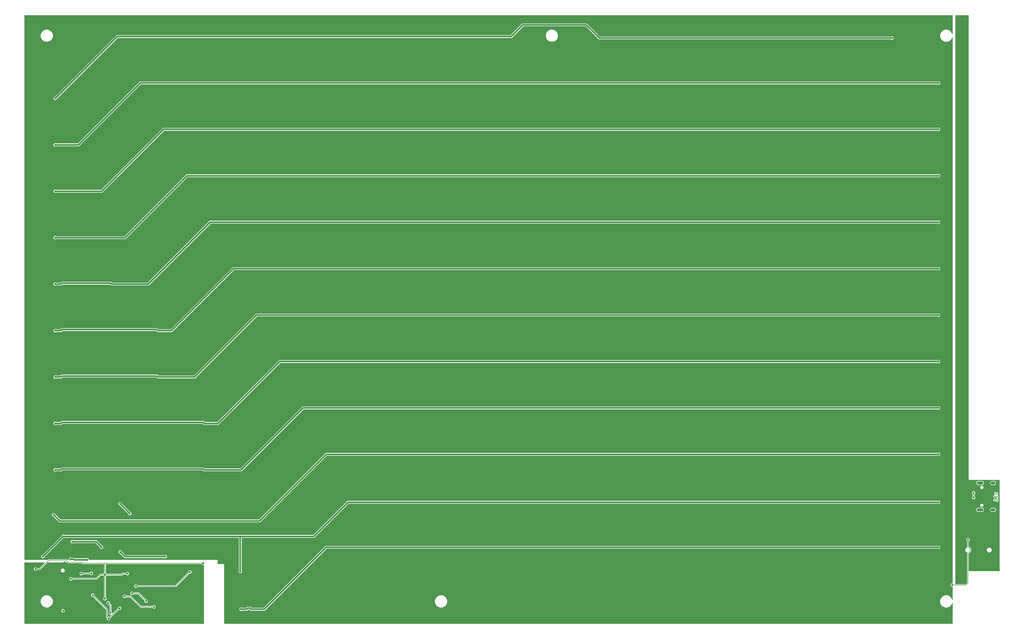
<source format=gbl>
G04 EAGLE Gerber RS-274X export*
G75*
%MOMM*%
%FSLAX34Y34*%
%LPD*%
%INBottom Copper*%
%IPPOS*%
%AMOC8*
5,1,8,0,0,1.08239X$1,22.5*%
G01*
%ADD10C,0.203200*%
%ADD11C,1.000000*%
%ADD12C,0.736600*%
%ADD13C,0.177800*%
%ADD14C,0.550000*%

G36*
X3000058Y2803D02*
X3000058Y2803D01*
X3000116Y2801D01*
X3000198Y2823D01*
X3000282Y2835D01*
X3000335Y2858D01*
X3000391Y2873D01*
X3000464Y2916D01*
X3000541Y2951D01*
X3000586Y2989D01*
X3000636Y3018D01*
X3000694Y3080D01*
X3000758Y3134D01*
X3000790Y3183D01*
X3000830Y3226D01*
X3000869Y3301D01*
X3000916Y3371D01*
X3000933Y3427D01*
X3000960Y3479D01*
X3000971Y3547D01*
X3001001Y3642D01*
X3001004Y3742D01*
X3001015Y3810D01*
X3001015Y69208D01*
X3001003Y69293D01*
X3001001Y69379D01*
X3000983Y69433D01*
X3000975Y69490D01*
X3000940Y69568D01*
X3000914Y69650D01*
X3000882Y69697D01*
X3000859Y69749D01*
X3000804Y69815D01*
X3000756Y69886D01*
X3000712Y69923D01*
X3000676Y69966D01*
X3000604Y70014D01*
X3000538Y70069D01*
X3000486Y70092D01*
X3000439Y70124D01*
X3000357Y70150D01*
X3000278Y70185D01*
X3000222Y70192D01*
X3000168Y70210D01*
X3000082Y70212D01*
X2999997Y70224D01*
X2999941Y70215D01*
X2999884Y70217D01*
X2999801Y70195D01*
X2999716Y70183D01*
X2999664Y70159D01*
X2999609Y70145D01*
X2999535Y70101D01*
X2999456Y70066D01*
X2999413Y70029D01*
X2999364Y70000D01*
X2999305Y69937D01*
X2999240Y69881D01*
X2999214Y69840D01*
X2999170Y69793D01*
X2999104Y69663D01*
X2999062Y69597D01*
X2996683Y63853D01*
X2991147Y58317D01*
X2983914Y55321D01*
X2976086Y55321D01*
X2968853Y58317D01*
X2963317Y63853D01*
X2960321Y71086D01*
X2960321Y78914D01*
X2963317Y86147D01*
X2968853Y91683D01*
X2976086Y94679D01*
X2983914Y94679D01*
X2991147Y91683D01*
X2996683Y86147D01*
X2999062Y80403D01*
X2999106Y80329D01*
X2999141Y80251D01*
X2999178Y80207D01*
X2999207Y80158D01*
X2999269Y80099D01*
X2999325Y80034D01*
X2999372Y80002D01*
X2999413Y79963D01*
X2999490Y79924D01*
X2999561Y79876D01*
X2999615Y79859D01*
X2999666Y79833D01*
X2999750Y79816D01*
X2999832Y79790D01*
X2999889Y79789D01*
X2999945Y79778D01*
X3000030Y79785D01*
X3000116Y79783D01*
X3000171Y79797D01*
X3000228Y79802D01*
X3000308Y79833D01*
X3000391Y79855D01*
X3000440Y79884D01*
X3000493Y79904D01*
X3000562Y79956D01*
X3000636Y80000D01*
X3000675Y80042D01*
X3000720Y80076D01*
X3000771Y80145D01*
X3000830Y80207D01*
X3000856Y80258D01*
X3000890Y80304D01*
X3000921Y80384D01*
X3000960Y80461D01*
X3000968Y80509D01*
X3000991Y80570D01*
X3001002Y80714D01*
X3001015Y80792D01*
X3001015Y121523D01*
X3001007Y121581D01*
X3001009Y121639D01*
X3000987Y121721D01*
X3000975Y121805D01*
X3000952Y121858D01*
X3000937Y121914D01*
X3000894Y121987D01*
X3000859Y122064D01*
X3000821Y122109D01*
X3000792Y122159D01*
X3000730Y122217D01*
X3000676Y122281D01*
X3000627Y122313D01*
X3000584Y122353D01*
X3000509Y122392D01*
X3000439Y122439D01*
X3000383Y122456D01*
X3000331Y122483D01*
X3000263Y122494D01*
X3000168Y122524D01*
X3000068Y122527D01*
X3000000Y122538D01*
X2998414Y122538D01*
X2996406Y123370D01*
X2994870Y124906D01*
X2994038Y126914D01*
X2994038Y129086D01*
X2994870Y131094D01*
X2996406Y132630D01*
X2998414Y133462D01*
X3000000Y133462D01*
X3000058Y133470D01*
X3000116Y133468D01*
X3000198Y133490D01*
X3000282Y133502D01*
X3000335Y133525D01*
X3000391Y133540D01*
X3000464Y133583D01*
X3000541Y133618D01*
X3000586Y133656D01*
X3000636Y133685D01*
X3000694Y133747D01*
X3000758Y133801D01*
X3000790Y133850D01*
X3000830Y133893D01*
X3000869Y133968D01*
X3000916Y134038D01*
X3000933Y134094D01*
X3000960Y134146D01*
X3000971Y134214D01*
X3001001Y134309D01*
X3001004Y134409D01*
X3001015Y134477D01*
X3001015Y1896708D01*
X3001003Y1896793D01*
X3001001Y1896879D01*
X3000983Y1896933D01*
X3000975Y1896990D01*
X3000940Y1897068D01*
X3000914Y1897150D01*
X3000882Y1897197D01*
X3000859Y1897249D01*
X3000804Y1897315D01*
X3000756Y1897386D01*
X3000712Y1897423D01*
X3000676Y1897466D01*
X3000604Y1897514D01*
X3000538Y1897569D01*
X3000486Y1897592D01*
X3000439Y1897624D01*
X3000357Y1897650D01*
X3000278Y1897685D01*
X3000222Y1897692D01*
X3000168Y1897710D01*
X3000082Y1897712D01*
X2999997Y1897724D01*
X2999941Y1897715D01*
X2999884Y1897717D01*
X2999801Y1897695D01*
X2999716Y1897683D01*
X2999664Y1897659D01*
X2999609Y1897645D01*
X2999535Y1897601D01*
X2999456Y1897566D01*
X2999413Y1897529D01*
X2999364Y1897500D01*
X2999305Y1897437D01*
X2999240Y1897381D01*
X2999214Y1897340D01*
X2999170Y1897293D01*
X2999104Y1897163D01*
X2999062Y1897097D01*
X2996683Y1891353D01*
X2991147Y1885817D01*
X2983914Y1882821D01*
X2976086Y1882821D01*
X2968853Y1885817D01*
X2963317Y1891353D01*
X2960321Y1898586D01*
X2960321Y1906414D01*
X2963317Y1913647D01*
X2968853Y1919183D01*
X2976086Y1922179D01*
X2983914Y1922179D01*
X2991147Y1919183D01*
X2996683Y1913647D01*
X2999062Y1907903D01*
X2999106Y1907829D01*
X2999141Y1907751D01*
X2999178Y1907707D01*
X2999207Y1907658D01*
X2999269Y1907599D01*
X2999325Y1907534D01*
X2999372Y1907502D01*
X2999413Y1907463D01*
X2999490Y1907424D01*
X2999561Y1907376D01*
X2999615Y1907359D01*
X2999666Y1907333D01*
X2999750Y1907316D01*
X2999832Y1907290D01*
X2999889Y1907289D01*
X2999945Y1907278D01*
X3000030Y1907285D01*
X3000116Y1907283D01*
X3000171Y1907297D01*
X3000228Y1907302D01*
X3000308Y1907333D01*
X3000391Y1907355D01*
X3000440Y1907384D01*
X3000493Y1907404D01*
X3000562Y1907456D01*
X3000636Y1907500D01*
X3000675Y1907542D01*
X3000720Y1907576D01*
X3000771Y1907645D01*
X3000830Y1907707D01*
X3000856Y1907758D01*
X3000890Y1907804D01*
X3000921Y1907884D01*
X3000960Y1907961D01*
X3000968Y1908009D01*
X3000991Y1908070D01*
X3001002Y1908214D01*
X3001015Y1908292D01*
X3001015Y1967440D01*
X3001007Y1967498D01*
X3001009Y1967556D01*
X3000987Y1967638D01*
X3000975Y1967722D01*
X3000952Y1967775D01*
X3000937Y1967831D01*
X3000894Y1967904D01*
X3000859Y1967981D01*
X3000821Y1968026D01*
X3000792Y1968076D01*
X3000730Y1968134D01*
X3000676Y1968198D01*
X3000627Y1968230D01*
X3000584Y1968270D01*
X3000509Y1968309D01*
X3000439Y1968356D01*
X3000383Y1968373D01*
X3000331Y1968400D01*
X3000263Y1968411D01*
X3000168Y1968441D01*
X3000068Y1968444D01*
X3000000Y1968455D01*
X3810Y1968455D01*
X3752Y1968447D01*
X3694Y1968449D01*
X3612Y1968427D01*
X3528Y1968415D01*
X3475Y1968392D01*
X3419Y1968377D01*
X3346Y1968334D01*
X3269Y1968299D01*
X3224Y1968261D01*
X3174Y1968232D01*
X3116Y1968170D01*
X3052Y1968116D01*
X3020Y1968067D01*
X2980Y1968024D01*
X2941Y1967949D01*
X2894Y1967879D01*
X2877Y1967823D01*
X2850Y1967771D01*
X2839Y1967703D01*
X2809Y1967608D01*
X2806Y1967508D01*
X2795Y1967440D01*
X2795Y210000D01*
X2803Y209942D01*
X2801Y209884D01*
X2823Y209802D01*
X2835Y209719D01*
X2858Y209665D01*
X2873Y209609D01*
X2916Y209536D01*
X2951Y209459D01*
X2989Y209414D01*
X3018Y209364D01*
X3080Y209306D01*
X3134Y209242D01*
X3183Y209210D01*
X3226Y209170D01*
X3301Y209131D01*
X3371Y209085D01*
X3427Y209067D01*
X3479Y209040D01*
X3547Y209029D01*
X3642Y208999D01*
X3742Y208996D01*
X3810Y208985D01*
X77591Y208985D01*
X77678Y208997D01*
X77766Y209000D01*
X77818Y209017D01*
X77873Y209025D01*
X77953Y209060D01*
X78036Y209087D01*
X78075Y209115D01*
X78132Y209141D01*
X78246Y209237D01*
X78309Y209282D01*
X80345Y211318D01*
X137955Y211318D01*
X139991Y209282D01*
X140060Y209230D01*
X140124Y209170D01*
X140174Y209144D01*
X140218Y209111D01*
X140300Y209080D01*
X140377Y209040D01*
X140425Y209032D01*
X140483Y209010D01*
X140631Y208998D01*
X140709Y208985D01*
X144857Y208985D01*
X144915Y208993D01*
X144974Y208991D01*
X145055Y209013D01*
X145139Y209025D01*
X145192Y209049D01*
X145249Y209063D01*
X145321Y209106D01*
X145398Y209141D01*
X145443Y209179D01*
X145493Y209209D01*
X145551Y209270D01*
X145615Y209325D01*
X145648Y209373D01*
X145688Y209416D01*
X145726Y209491D01*
X145773Y209561D01*
X145790Y209617D01*
X145817Y209669D01*
X145828Y209737D01*
X145858Y209832D01*
X145861Y209932D01*
X145872Y210000D01*
X145872Y212252D01*
X146704Y214260D01*
X148240Y215796D01*
X150248Y216628D01*
X152421Y216628D01*
X152929Y216417D01*
X152959Y216409D01*
X152986Y216395D01*
X153064Y216382D01*
X153204Y216346D01*
X153268Y216348D01*
X153317Y216340D01*
X161977Y216340D01*
X163991Y214326D01*
X164060Y214274D01*
X164124Y214214D01*
X164174Y214188D01*
X164218Y214155D01*
X164300Y214124D01*
X164377Y214084D01*
X164425Y214076D01*
X164483Y214054D01*
X164631Y214042D01*
X164709Y214029D01*
X202459Y214029D01*
X202490Y214033D01*
X202521Y214031D01*
X202597Y214048D01*
X202741Y214069D01*
X202799Y214095D01*
X202848Y214106D01*
X204914Y214962D01*
X207086Y214962D01*
X209094Y214130D01*
X210630Y212594D01*
X211462Y210586D01*
X211462Y210000D01*
X211470Y209942D01*
X211468Y209884D01*
X211490Y209802D01*
X211502Y209719D01*
X211525Y209665D01*
X211540Y209609D01*
X211583Y209536D01*
X211618Y209459D01*
X211656Y209414D01*
X211685Y209364D01*
X211747Y209306D01*
X211801Y209242D01*
X211850Y209210D01*
X211893Y209170D01*
X211968Y209131D01*
X212038Y209085D01*
X212094Y209067D01*
X212146Y209040D01*
X212214Y209029D01*
X212309Y208999D01*
X212409Y208996D01*
X212477Y208985D01*
X626485Y208985D01*
X626485Y197010D01*
X626493Y196952D01*
X626491Y196894D01*
X626513Y196812D01*
X626525Y196728D01*
X626549Y196675D01*
X626563Y196619D01*
X626606Y196546D01*
X626641Y196469D01*
X626679Y196424D01*
X626709Y196374D01*
X626770Y196316D01*
X626825Y196252D01*
X626873Y196220D01*
X626916Y196180D01*
X626991Y196141D01*
X627061Y196094D01*
X627117Y196077D01*
X627169Y196050D01*
X627237Y196039D01*
X627332Y196009D01*
X627432Y196006D01*
X627500Y195995D01*
X646478Y195995D01*
X648115Y194358D01*
X648115Y3810D01*
X648123Y3752D01*
X648121Y3694D01*
X648143Y3612D01*
X648155Y3528D01*
X648178Y3475D01*
X648193Y3419D01*
X648236Y3346D01*
X648271Y3269D01*
X648309Y3224D01*
X648338Y3174D01*
X648400Y3116D01*
X648454Y3052D01*
X648503Y3020D01*
X648546Y2980D01*
X648621Y2941D01*
X648691Y2894D01*
X648747Y2877D01*
X648799Y2850D01*
X648867Y2839D01*
X648962Y2809D01*
X649062Y2806D01*
X649130Y2795D01*
X3000000Y2795D01*
X3000058Y2803D01*
G37*
G36*
X581878Y2803D02*
X581878Y2803D01*
X581936Y2801D01*
X582018Y2823D01*
X582102Y2835D01*
X582155Y2858D01*
X582211Y2873D01*
X582284Y2916D01*
X582361Y2951D01*
X582406Y2989D01*
X582456Y3018D01*
X582514Y3080D01*
X582578Y3134D01*
X582610Y3183D01*
X582650Y3226D01*
X582689Y3301D01*
X582736Y3371D01*
X582753Y3427D01*
X582780Y3479D01*
X582791Y3547D01*
X582821Y3642D01*
X582824Y3742D01*
X582835Y3810D01*
X582835Y191976D01*
X582819Y192090D01*
X582809Y192205D01*
X582799Y192230D01*
X582795Y192258D01*
X582748Y192363D01*
X582707Y192470D01*
X582690Y192492D01*
X582679Y192517D01*
X582605Y192605D01*
X582535Y192696D01*
X582513Y192713D01*
X582496Y192734D01*
X582400Y192798D01*
X582308Y192867D01*
X582282Y192876D01*
X582259Y192892D01*
X582149Y192926D01*
X582042Y192967D01*
X582014Y192969D01*
X581988Y192977D01*
X581873Y192980D01*
X581758Y192990D01*
X581734Y192984D01*
X581704Y192985D01*
X581679Y192978D01*
X579414Y192978D01*
X577406Y193810D01*
X575741Y195475D01*
X575671Y195527D01*
X575607Y195587D01*
X575558Y195613D01*
X575514Y195646D01*
X575432Y195677D01*
X575354Y195717D01*
X575307Y195725D01*
X575248Y195747D01*
X575100Y195759D01*
X575023Y195772D01*
X266733Y195772D01*
X266675Y195764D01*
X266617Y195766D01*
X266535Y195744D01*
X266451Y195732D01*
X266398Y195709D01*
X266342Y195694D01*
X266269Y195651D01*
X266192Y195616D01*
X266147Y195578D01*
X266097Y195549D01*
X266039Y195487D01*
X265975Y195433D01*
X265943Y195384D01*
X265903Y195341D01*
X265864Y195266D01*
X265817Y195196D01*
X265800Y195140D01*
X265773Y195088D01*
X265762Y195020D01*
X265732Y194925D01*
X265729Y194825D01*
X265718Y194757D01*
X265718Y166977D01*
X265730Y166890D01*
X265733Y166803D01*
X265750Y166750D01*
X265758Y166695D01*
X265793Y166616D01*
X265820Y166532D01*
X265848Y166493D01*
X265874Y166436D01*
X265970Y166323D01*
X266015Y166259D01*
X267622Y164652D01*
X267692Y164600D01*
X267756Y164540D01*
X267805Y164514D01*
X267849Y164481D01*
X267931Y164450D01*
X268009Y164410D01*
X268056Y164402D01*
X268115Y164380D01*
X268263Y164368D01*
X268340Y164355D01*
X316412Y164355D01*
X316498Y164367D01*
X316586Y164370D01*
X316639Y164387D01*
X316693Y164395D01*
X316773Y164430D01*
X316856Y164457D01*
X316896Y164485D01*
X316953Y164511D01*
X317066Y164607D01*
X317130Y164652D01*
X320272Y167795D01*
X329650Y167795D01*
X329737Y167807D01*
X329824Y167810D01*
X329877Y167827D01*
X329932Y167835D01*
X330011Y167870D01*
X330095Y167897D01*
X330134Y167925D01*
X330191Y167951D01*
X330304Y168047D01*
X330368Y168092D01*
X331906Y169630D01*
X333914Y170462D01*
X336086Y170462D01*
X338094Y169630D01*
X339630Y168094D01*
X340462Y166086D01*
X340462Y163914D01*
X339630Y161906D01*
X338094Y160370D01*
X336086Y159538D01*
X333914Y159538D01*
X331906Y160370D01*
X330368Y161908D01*
X330298Y161960D01*
X330234Y162020D01*
X330185Y162046D01*
X330141Y162079D01*
X330059Y162110D01*
X329981Y162150D01*
X329934Y162158D01*
X329875Y162180D01*
X329727Y162192D01*
X329650Y162205D01*
X323008Y162205D01*
X322922Y162193D01*
X322834Y162190D01*
X322781Y162173D01*
X322727Y162165D01*
X322647Y162130D01*
X322564Y162103D01*
X322524Y162075D01*
X322467Y162049D01*
X322354Y161953D01*
X322290Y161908D01*
X321082Y160700D01*
X319148Y158765D01*
X268460Y158765D01*
X268373Y158753D01*
X268286Y158750D01*
X268233Y158733D01*
X268178Y158725D01*
X268099Y158690D01*
X268015Y158663D01*
X267976Y158635D01*
X267919Y158609D01*
X267806Y158513D01*
X267742Y158468D01*
X266015Y156741D01*
X265963Y156671D01*
X265903Y156607D01*
X265877Y156558D01*
X265844Y156514D01*
X265813Y156432D01*
X265773Y156354D01*
X265765Y156307D01*
X265743Y156248D01*
X265731Y156100D01*
X265718Y156023D01*
X265718Y149755D01*
X265730Y149669D01*
X265733Y149581D01*
X265750Y149528D01*
X265758Y149474D01*
X265793Y149394D01*
X265820Y149311D01*
X265845Y149276D01*
X265845Y89170D01*
X265857Y89083D01*
X265860Y88996D01*
X265877Y88943D01*
X265885Y88888D01*
X265920Y88809D01*
X265947Y88725D01*
X265975Y88686D01*
X266001Y88629D01*
X266097Y88516D01*
X266142Y88452D01*
X267680Y86914D01*
X268512Y84906D01*
X268512Y82734D01*
X267680Y80726D01*
X266144Y79190D01*
X264136Y78358D01*
X261964Y78358D01*
X259956Y79190D01*
X258420Y80726D01*
X257588Y82734D01*
X257588Y84906D01*
X258420Y86914D01*
X259958Y88452D01*
X260010Y88522D01*
X260070Y88586D01*
X260096Y88635D01*
X260129Y88679D01*
X260160Y88761D01*
X260200Y88839D01*
X260208Y88886D01*
X260230Y88945D01*
X260242Y89093D01*
X260255Y89170D01*
X260255Y149264D01*
X260256Y149264D01*
X260287Y149346D01*
X260327Y149424D01*
X260335Y149472D01*
X260357Y149530D01*
X260369Y149678D01*
X260382Y149755D01*
X260382Y156023D01*
X260370Y156110D01*
X260367Y156197D01*
X260350Y156250D01*
X260342Y156305D01*
X260307Y156384D01*
X260280Y156468D01*
X260252Y156507D01*
X260226Y156564D01*
X260130Y156677D01*
X260085Y156741D01*
X258358Y158468D01*
X258288Y158520D01*
X258224Y158580D01*
X258175Y158606D01*
X258131Y158639D01*
X258049Y158670D01*
X257971Y158710D01*
X257924Y158718D01*
X257865Y158740D01*
X257717Y158752D01*
X257640Y158765D01*
X250318Y158765D01*
X250232Y158753D01*
X250144Y158750D01*
X250091Y158733D01*
X250037Y158725D01*
X249957Y158690D01*
X249874Y158663D01*
X249834Y158635D01*
X249777Y158609D01*
X249664Y158513D01*
X249600Y158468D01*
X236638Y145505D01*
X158250Y145505D01*
X158163Y145493D01*
X158076Y145490D01*
X158023Y145473D01*
X157968Y145465D01*
X157889Y145430D01*
X157805Y145403D01*
X157766Y145375D01*
X157709Y145349D01*
X157596Y145253D01*
X157532Y145208D01*
X155994Y143670D01*
X153986Y142838D01*
X151814Y142838D01*
X149806Y143670D01*
X148270Y145206D01*
X147438Y147214D01*
X147438Y149386D01*
X148270Y151394D01*
X149806Y152930D01*
X151814Y153762D01*
X153986Y153762D01*
X155994Y152930D01*
X157532Y151392D01*
X157602Y151340D01*
X157666Y151280D01*
X157715Y151254D01*
X157759Y151221D01*
X157841Y151190D01*
X157919Y151150D01*
X157966Y151142D01*
X158025Y151120D01*
X158173Y151108D01*
X158250Y151095D01*
X233902Y151095D01*
X233988Y151107D01*
X234076Y151110D01*
X234129Y151127D01*
X234183Y151135D01*
X234263Y151170D01*
X234346Y151197D01*
X234386Y151225D01*
X234443Y151251D01*
X234556Y151347D01*
X234620Y151392D01*
X247582Y164355D01*
X257760Y164355D01*
X257847Y164367D01*
X257934Y164370D01*
X257987Y164387D01*
X258042Y164395D01*
X258121Y164430D01*
X258205Y164457D01*
X258244Y164485D01*
X258301Y164511D01*
X258414Y164607D01*
X258478Y164652D01*
X260085Y166259D01*
X260137Y166329D01*
X260197Y166393D01*
X260223Y166442D01*
X260256Y166486D01*
X260287Y166568D01*
X260327Y166646D01*
X260335Y166693D01*
X260357Y166752D01*
X260369Y166900D01*
X260382Y166977D01*
X260382Y194757D01*
X260374Y194815D01*
X260376Y194873D01*
X260354Y194955D01*
X260342Y195039D01*
X260319Y195092D01*
X260304Y195148D01*
X260261Y195221D01*
X260226Y195298D01*
X260188Y195343D01*
X260159Y195393D01*
X260097Y195451D01*
X260043Y195515D01*
X259994Y195547D01*
X259951Y195587D01*
X259876Y195626D01*
X259806Y195673D01*
X259750Y195690D01*
X259698Y195717D01*
X259630Y195728D01*
X259535Y195758D01*
X259435Y195761D01*
X259367Y195772D01*
X189575Y195772D01*
X187703Y197645D01*
X187633Y197697D01*
X187569Y197757D01*
X187520Y197783D01*
X187475Y197816D01*
X187394Y197847D01*
X187316Y197887D01*
X187268Y197895D01*
X187210Y197917D01*
X187062Y197929D01*
X186985Y197942D01*
X143785Y197942D01*
X141009Y200718D01*
X140939Y200770D01*
X140876Y200830D01*
X140826Y200856D01*
X140782Y200889D01*
X140700Y200920D01*
X140623Y200960D01*
X140575Y200968D01*
X140517Y200990D01*
X140369Y201002D01*
X140291Y201015D01*
X78009Y201015D01*
X77922Y201003D01*
X77834Y201000D01*
X77782Y200983D01*
X77727Y200975D01*
X77647Y200940D01*
X77564Y200913D01*
X77525Y200885D01*
X77468Y200859D01*
X77354Y200763D01*
X77291Y200718D01*
X55592Y179019D01*
X55540Y178949D01*
X55480Y178886D01*
X55454Y178836D01*
X55421Y178792D01*
X55390Y178710D01*
X55350Y178633D01*
X55343Y178591D01*
X53658Y176905D01*
X44350Y176905D01*
X44263Y176893D01*
X44176Y176890D01*
X44123Y176873D01*
X44068Y176865D01*
X43989Y176830D01*
X43905Y176803D01*
X43866Y176775D01*
X43809Y176749D01*
X43696Y176653D01*
X43632Y176608D01*
X42094Y175070D01*
X40086Y174238D01*
X37914Y174238D01*
X35906Y175070D01*
X34370Y176606D01*
X33538Y178614D01*
X33538Y180786D01*
X34370Y182794D01*
X35906Y184330D01*
X37914Y185162D01*
X40086Y185162D01*
X42094Y184330D01*
X43632Y182792D01*
X43702Y182740D01*
X43766Y182680D01*
X43815Y182654D01*
X43859Y182621D01*
X43941Y182590D01*
X44019Y182550D01*
X44066Y182542D01*
X44125Y182520D01*
X44273Y182508D01*
X44350Y182495D01*
X51101Y182495D01*
X51188Y182507D01*
X51275Y182510D01*
X51328Y182527D01*
X51383Y182535D01*
X51463Y182570D01*
X51546Y182597D01*
X51585Y182625D01*
X51642Y182651D01*
X51756Y182747D01*
X51819Y182792D01*
X68309Y199282D01*
X68327Y199306D01*
X68349Y199325D01*
X68412Y199419D01*
X68480Y199509D01*
X68491Y199537D01*
X68507Y199561D01*
X68541Y199669D01*
X68581Y199775D01*
X68584Y199804D01*
X68593Y199832D01*
X68596Y199946D01*
X68605Y200058D01*
X68599Y200087D01*
X68600Y200116D01*
X68571Y200226D01*
X68549Y200337D01*
X68536Y200363D01*
X68528Y200391D01*
X68470Y200489D01*
X68418Y200589D01*
X68398Y200611D01*
X68383Y200636D01*
X68300Y200713D01*
X68222Y200795D01*
X68197Y200810D01*
X68176Y200830D01*
X68075Y200882D01*
X67977Y200939D01*
X67949Y200946D01*
X67923Y200960D01*
X67845Y200973D01*
X67702Y201009D01*
X67639Y201007D01*
X67591Y201015D01*
X3810Y201015D01*
X3752Y201007D01*
X3694Y201009D01*
X3612Y200987D01*
X3528Y200975D01*
X3475Y200952D01*
X3419Y200937D01*
X3346Y200894D01*
X3269Y200859D01*
X3224Y200821D01*
X3174Y200792D01*
X3116Y200730D01*
X3052Y200676D01*
X3020Y200627D01*
X2980Y200584D01*
X2941Y200509D01*
X2894Y200439D01*
X2877Y200383D01*
X2850Y200331D01*
X2839Y200263D01*
X2809Y200168D01*
X2806Y200068D01*
X2795Y200000D01*
X2795Y3810D01*
X2803Y3752D01*
X2801Y3694D01*
X2823Y3612D01*
X2835Y3528D01*
X2858Y3475D01*
X2873Y3419D01*
X2916Y3346D01*
X2951Y3269D01*
X2989Y3224D01*
X3018Y3174D01*
X3080Y3116D01*
X3134Y3052D01*
X3183Y3020D01*
X3226Y2980D01*
X3301Y2941D01*
X3371Y2894D01*
X3427Y2877D01*
X3479Y2850D01*
X3547Y2839D01*
X3642Y2809D01*
X3742Y2806D01*
X3810Y2795D01*
X581820Y2795D01*
X581878Y2803D01*
G37*
G36*
X3041561Y130680D02*
X3041561Y130680D01*
X3041648Y130683D01*
X3041701Y130700D01*
X3041756Y130708D01*
X3041836Y130743D01*
X3041919Y130770D01*
X3041958Y130798D01*
X3042015Y130824D01*
X3042129Y130920D01*
X3042192Y130965D01*
X3047035Y135808D01*
X3047087Y135877D01*
X3047147Y135941D01*
X3047173Y135991D01*
X3047206Y136035D01*
X3047237Y136117D01*
X3047277Y136194D01*
X3047285Y136242D01*
X3047307Y136301D01*
X3047319Y136448D01*
X3047332Y136526D01*
X3047332Y230848D01*
X3047972Y231488D01*
X3047986Y231506D01*
X3047999Y231517D01*
X3048002Y231522D01*
X3048012Y231531D01*
X3048074Y231623D01*
X3048112Y231668D01*
X3048117Y231681D01*
X3048143Y231715D01*
X3048154Y231743D01*
X3048170Y231767D01*
X3048204Y231875D01*
X3048207Y231882D01*
X3048227Y231928D01*
X3048229Y231940D01*
X3048245Y231981D01*
X3048247Y232010D01*
X3048256Y232038D01*
X3048259Y232152D01*
X3048260Y232163D01*
X3048266Y232209D01*
X3048264Y232220D01*
X3048268Y232264D01*
X3048262Y232293D01*
X3048263Y232322D01*
X3048234Y232432D01*
X3048232Y232444D01*
X3048225Y232491D01*
X3048221Y232501D01*
X3048212Y232543D01*
X3048199Y232569D01*
X3048191Y232597D01*
X3048134Y232695D01*
X3048130Y232701D01*
X3048108Y232750D01*
X3048100Y232759D01*
X3048081Y232795D01*
X3048061Y232817D01*
X3048046Y232842D01*
X3047965Y232918D01*
X3047924Y232966D01*
X3047912Y232974D01*
X3047885Y233001D01*
X3047860Y233016D01*
X3047839Y233036D01*
X3047738Y233088D01*
X3047640Y233145D01*
X3047631Y233148D01*
X3044594Y234406D01*
X3042406Y236594D01*
X3041221Y239453D01*
X3041221Y242547D01*
X3042406Y245406D01*
X3044594Y247594D01*
X3047639Y248856D01*
X3047701Y248893D01*
X3047795Y248935D01*
X3047818Y248954D01*
X3047844Y248967D01*
X3047870Y248992D01*
X3047884Y249001D01*
X3047928Y249047D01*
X3048012Y249118D01*
X3048029Y249143D01*
X3048050Y249163D01*
X3048070Y249198D01*
X3048079Y249207D01*
X3048105Y249256D01*
X3048107Y249261D01*
X3048170Y249355D01*
X3048179Y249383D01*
X3048194Y249408D01*
X3048204Y249450D01*
X3048209Y249460D01*
X3048219Y249507D01*
X3048222Y249518D01*
X3048256Y249626D01*
X3048257Y249656D01*
X3048264Y249684D01*
X3048262Y249728D01*
X3048265Y249739D01*
X3048261Y249785D01*
X3048260Y249797D01*
X3048263Y249910D01*
X3048256Y249939D01*
X3048255Y249968D01*
X3048241Y250010D01*
X3048240Y250022D01*
X3048223Y250068D01*
X3048220Y250076D01*
X3048191Y250185D01*
X3048176Y250211D01*
X3048167Y250239D01*
X3048145Y250270D01*
X3048138Y250287D01*
X3048104Y250333D01*
X3048046Y250430D01*
X3048000Y250473D01*
X3047972Y250512D01*
X3047332Y251152D01*
X3047332Y269523D01*
X3047320Y269610D01*
X3047317Y269697D01*
X3047300Y269750D01*
X3047292Y269805D01*
X3047257Y269884D01*
X3047230Y269968D01*
X3047202Y270007D01*
X3047176Y270064D01*
X3047080Y270177D01*
X3047035Y270241D01*
X3045370Y271906D01*
X3044538Y273914D01*
X3044538Y276086D01*
X3045370Y278094D01*
X3046906Y279630D01*
X3048914Y280462D01*
X3051086Y280462D01*
X3053094Y279630D01*
X3054630Y278094D01*
X3055462Y276086D01*
X3055462Y273914D01*
X3054630Y271906D01*
X3052965Y270241D01*
X3052913Y270171D01*
X3052853Y270107D01*
X3052827Y270058D01*
X3052794Y270014D01*
X3052763Y269932D01*
X3052723Y269854D01*
X3052715Y269807D01*
X3052693Y269748D01*
X3052681Y269600D01*
X3052668Y269523D01*
X3052668Y253783D01*
X3052680Y253696D01*
X3052683Y253609D01*
X3052700Y253556D01*
X3052708Y253501D01*
X3052743Y253421D01*
X3052770Y253338D01*
X3052798Y253299D01*
X3052824Y253242D01*
X3052920Y253128D01*
X3052965Y253065D01*
X3060335Y245695D01*
X3060335Y236305D01*
X3052965Y228935D01*
X3052913Y228866D01*
X3052853Y228802D01*
X3052827Y228752D01*
X3052794Y228708D01*
X3052763Y228626D01*
X3052723Y228549D01*
X3052715Y228501D01*
X3052693Y228442D01*
X3052681Y228295D01*
X3052668Y228217D01*
X3052668Y173810D01*
X3052676Y173752D01*
X3052674Y173694D01*
X3052696Y173612D01*
X3052708Y173528D01*
X3052731Y173475D01*
X3052746Y173419D01*
X3052789Y173346D01*
X3052824Y173269D01*
X3052862Y173224D01*
X3052891Y173174D01*
X3052953Y173116D01*
X3053007Y173052D01*
X3053056Y173020D01*
X3053099Y172980D01*
X3053174Y172941D01*
X3053244Y172894D01*
X3053300Y172877D01*
X3053352Y172850D01*
X3053420Y172839D01*
X3053515Y172809D01*
X3053615Y172806D01*
X3053683Y172795D01*
X3151190Y172795D01*
X3151248Y172803D01*
X3151306Y172801D01*
X3151388Y172823D01*
X3151472Y172835D01*
X3151525Y172858D01*
X3151581Y172873D01*
X3151654Y172916D01*
X3151731Y172951D01*
X3151776Y172989D01*
X3151826Y173018D01*
X3151884Y173080D01*
X3151948Y173134D01*
X3151980Y173183D01*
X3152020Y173226D01*
X3152059Y173301D01*
X3152106Y173371D01*
X3152123Y173427D01*
X3152150Y173479D01*
X3152161Y173547D01*
X3152191Y173642D01*
X3152194Y173742D01*
X3152205Y173810D01*
X3152205Y466190D01*
X3152197Y466248D01*
X3152199Y466306D01*
X3152177Y466388D01*
X3152165Y466472D01*
X3152142Y466525D01*
X3152127Y466581D01*
X3152084Y466654D01*
X3152049Y466731D01*
X3152011Y466776D01*
X3151982Y466826D01*
X3151920Y466884D01*
X3151866Y466948D01*
X3151817Y466980D01*
X3151774Y467020D01*
X3151699Y467059D01*
X3151629Y467106D01*
X3151573Y467123D01*
X3151521Y467150D01*
X3151453Y467161D01*
X3151358Y467191D01*
X3151258Y467194D01*
X3151190Y467205D01*
X3053842Y467205D01*
X3052205Y468842D01*
X3052205Y1967440D01*
X3052197Y1967498D01*
X3052199Y1967556D01*
X3052177Y1967638D01*
X3052165Y1967722D01*
X3052142Y1967775D01*
X3052127Y1967831D01*
X3052084Y1967904D01*
X3052049Y1967981D01*
X3052011Y1968026D01*
X3051982Y1968076D01*
X3051920Y1968134D01*
X3051866Y1968198D01*
X3051817Y1968230D01*
X3051774Y1968270D01*
X3051699Y1968309D01*
X3051629Y1968356D01*
X3051573Y1968373D01*
X3051521Y1968400D01*
X3051453Y1968411D01*
X3051358Y1968441D01*
X3051258Y1968444D01*
X3051190Y1968455D01*
X3010000Y1968455D01*
X3009942Y1968447D01*
X3009884Y1968449D01*
X3009802Y1968427D01*
X3009719Y1968415D01*
X3009665Y1968392D01*
X3009609Y1968377D01*
X3009536Y1968334D01*
X3009459Y1968299D01*
X3009414Y1968261D01*
X3009364Y1968232D01*
X3009306Y1968170D01*
X3009242Y1968116D01*
X3009210Y1968067D01*
X3009170Y1968024D01*
X3009131Y1967949D01*
X3009085Y1967879D01*
X3009067Y1967823D01*
X3009040Y1967771D01*
X3009029Y1967703D01*
X3008999Y1967608D01*
X3008996Y1967508D01*
X3008985Y1967440D01*
X3008985Y131683D01*
X3008993Y131625D01*
X3008991Y131567D01*
X3009013Y131485D01*
X3009025Y131401D01*
X3009049Y131348D01*
X3009063Y131292D01*
X3009106Y131219D01*
X3009141Y131142D01*
X3009179Y131097D01*
X3009209Y131047D01*
X3009270Y130989D01*
X3009325Y130925D01*
X3009373Y130893D01*
X3009416Y130853D01*
X3009491Y130814D01*
X3009561Y130767D01*
X3009617Y130750D01*
X3009669Y130723D01*
X3009737Y130712D01*
X3009832Y130682D01*
X3009932Y130679D01*
X3010000Y130668D01*
X3041474Y130668D01*
X3041561Y130680D01*
G37*
%LPC*%
G36*
X698914Y166038D02*
X698914Y166038D01*
X696906Y166870D01*
X695370Y168406D01*
X694538Y170414D01*
X694538Y172586D01*
X695394Y174652D01*
X695402Y174682D01*
X695416Y174710D01*
X695429Y174787D01*
X695465Y174928D01*
X695463Y174992D01*
X695471Y175041D01*
X695471Y279456D01*
X695463Y279514D01*
X695465Y279572D01*
X695443Y279654D01*
X695431Y279738D01*
X695408Y279791D01*
X695393Y279847D01*
X695350Y279920D01*
X695315Y279997D01*
X695277Y280042D01*
X695248Y280092D01*
X695186Y280150D01*
X695132Y280214D01*
X695083Y280246D01*
X695040Y280286D01*
X694965Y280325D01*
X694895Y280372D01*
X694839Y280389D01*
X694787Y280416D01*
X694719Y280427D01*
X694624Y280457D01*
X694524Y280460D01*
X694456Y280471D01*
X131041Y280471D01*
X131010Y280467D01*
X130979Y280469D01*
X130903Y280452D01*
X130759Y280431D01*
X130701Y280405D01*
X130652Y280394D01*
X128528Y279514D01*
X128501Y279498D01*
X128472Y279489D01*
X128408Y279443D01*
X128283Y279370D01*
X128239Y279323D01*
X128199Y279294D01*
X68206Y219301D01*
X68188Y219277D01*
X68164Y219257D01*
X68122Y219190D01*
X68035Y219074D01*
X68012Y219014D01*
X67986Y218972D01*
X67130Y216906D01*
X65594Y215370D01*
X63586Y214538D01*
X61414Y214538D01*
X59406Y215370D01*
X57870Y216906D01*
X57038Y218914D01*
X57038Y221086D01*
X57870Y223094D01*
X59406Y224630D01*
X61472Y225486D01*
X61499Y225502D01*
X61528Y225511D01*
X61592Y225557D01*
X61717Y225630D01*
X61761Y225677D01*
X61801Y225706D01*
X121794Y285699D01*
X121812Y285723D01*
X121836Y285743D01*
X121878Y285810D01*
X121965Y285926D01*
X121988Y285986D01*
X122014Y286028D01*
X122870Y288094D01*
X124406Y289630D01*
X126414Y290462D01*
X128586Y290462D01*
X130652Y289606D01*
X130682Y289598D01*
X130710Y289584D01*
X130787Y289571D01*
X130928Y289535D01*
X130992Y289537D01*
X131041Y289529D01*
X935204Y289529D01*
X935290Y289541D01*
X935378Y289544D01*
X935430Y289561D01*
X935485Y289569D01*
X935565Y289604D01*
X935648Y289631D01*
X935687Y289659D01*
X935745Y289685D01*
X935858Y289781D01*
X935921Y289826D01*
X1045624Y399529D01*
X2951459Y399529D01*
X2951490Y399533D01*
X2951521Y399531D01*
X2951597Y399548D01*
X2951741Y399569D01*
X2951799Y399595D01*
X2951848Y399606D01*
X2953914Y400462D01*
X2956086Y400462D01*
X2958094Y399630D01*
X2959630Y398094D01*
X2960462Y396086D01*
X2960462Y393914D01*
X2959630Y391906D01*
X2958094Y390370D01*
X2956086Y389538D01*
X2953914Y389538D01*
X2951848Y390394D01*
X2951818Y390402D01*
X2951790Y390416D01*
X2951713Y390429D01*
X2951572Y390465D01*
X2951508Y390463D01*
X2951459Y390471D01*
X1049796Y390471D01*
X1049710Y390459D01*
X1049622Y390456D01*
X1049570Y390439D01*
X1049515Y390431D01*
X1049435Y390396D01*
X1049352Y390369D01*
X1049313Y390341D01*
X1049255Y390315D01*
X1049142Y390219D01*
X1049079Y390174D01*
X939376Y280471D01*
X705544Y280471D01*
X705486Y280463D01*
X705428Y280465D01*
X705346Y280443D01*
X705262Y280431D01*
X705209Y280408D01*
X705153Y280393D01*
X705080Y280350D01*
X705003Y280315D01*
X704958Y280277D01*
X704908Y280248D01*
X704850Y280186D01*
X704786Y280132D01*
X704754Y280083D01*
X704714Y280040D01*
X704675Y279965D01*
X704628Y279895D01*
X704611Y279839D01*
X704584Y279787D01*
X704573Y279719D01*
X704543Y279624D01*
X704540Y279524D01*
X704529Y279456D01*
X704529Y175041D01*
X704533Y175010D01*
X704531Y174979D01*
X704548Y174903D01*
X704569Y174759D01*
X704595Y174701D01*
X704606Y174652D01*
X705462Y172586D01*
X705462Y170414D01*
X704630Y168406D01*
X703094Y166870D01*
X701086Y166038D01*
X698914Y166038D01*
G37*
%LPD*%
%LPC*%
G36*
X115624Y330471D02*
X115624Y330471D01*
X96801Y349294D01*
X96777Y349313D01*
X96757Y349336D01*
X96690Y349378D01*
X96574Y349465D01*
X96514Y349488D01*
X96472Y349514D01*
X94406Y350370D01*
X92870Y351906D01*
X92038Y353914D01*
X92038Y356086D01*
X92870Y358094D01*
X94406Y359630D01*
X96414Y360462D01*
X98586Y360462D01*
X100594Y359630D01*
X102130Y358094D01*
X102986Y356028D01*
X103002Y356001D01*
X103011Y355972D01*
X103057Y355908D01*
X103130Y355783D01*
X103177Y355739D01*
X103206Y355699D01*
X119079Y339826D01*
X119148Y339774D01*
X119212Y339714D01*
X119262Y339688D01*
X119306Y339655D01*
X119387Y339624D01*
X119465Y339584D01*
X119513Y339576D01*
X119571Y339554D01*
X119719Y339542D01*
X119796Y339529D01*
X760204Y339529D01*
X760290Y339541D01*
X760378Y339544D01*
X760430Y339561D01*
X760485Y339569D01*
X760565Y339604D01*
X760648Y339631D01*
X760687Y339659D01*
X760745Y339685D01*
X760858Y339781D01*
X760921Y339826D01*
X975624Y554529D01*
X2951459Y554529D01*
X2951490Y554533D01*
X2951521Y554531D01*
X2951597Y554548D01*
X2951741Y554569D01*
X2951799Y554595D01*
X2951848Y554606D01*
X2953914Y555462D01*
X2956086Y555462D01*
X2958094Y554630D01*
X2959630Y553094D01*
X2960462Y551086D01*
X2960462Y548914D01*
X2959630Y546906D01*
X2958094Y545370D01*
X2956086Y544538D01*
X2953914Y544538D01*
X2951848Y545394D01*
X2951818Y545402D01*
X2951790Y545416D01*
X2951713Y545429D01*
X2951572Y545465D01*
X2951508Y545463D01*
X2951459Y545471D01*
X979796Y545471D01*
X979710Y545459D01*
X979622Y545456D01*
X979570Y545439D01*
X979515Y545431D01*
X979435Y545396D01*
X979352Y545369D01*
X979313Y545341D01*
X979255Y545315D01*
X979142Y545219D01*
X979079Y545174D01*
X764376Y330471D01*
X115624Y330471D01*
G37*
%LPD*%
%LPC*%
G36*
X101414Y794538D02*
X101414Y794538D01*
X99406Y795370D01*
X97870Y796906D01*
X97038Y798914D01*
X97038Y801086D01*
X97870Y803094D01*
X99406Y804630D01*
X101414Y805462D01*
X103586Y805462D01*
X105652Y804606D01*
X105682Y804598D01*
X105710Y804584D01*
X105787Y804571D01*
X105928Y804535D01*
X105992Y804537D01*
X106041Y804529D01*
X118591Y804529D01*
X118678Y804541D01*
X118766Y804544D01*
X118818Y804561D01*
X118873Y804569D01*
X118953Y804604D01*
X119036Y804631D01*
X119075Y804659D01*
X119132Y804685D01*
X119246Y804781D01*
X119309Y804826D01*
X122223Y807740D01*
X432777Y807740D01*
X435691Y804826D01*
X435760Y804774D01*
X435824Y804714D01*
X435874Y804688D01*
X435918Y804655D01*
X436000Y804624D01*
X436077Y804584D01*
X436125Y804576D01*
X436183Y804554D01*
X436331Y804542D01*
X436409Y804529D01*
X550204Y804529D01*
X550290Y804541D01*
X550378Y804544D01*
X550430Y804561D01*
X550485Y804569D01*
X550565Y804604D01*
X550648Y804631D01*
X550687Y804659D01*
X550745Y804685D01*
X550858Y804781D01*
X550921Y804826D01*
X750624Y1004529D01*
X2951459Y1004529D01*
X2951490Y1004533D01*
X2951521Y1004531D01*
X2951597Y1004548D01*
X2951741Y1004569D01*
X2951799Y1004595D01*
X2951848Y1004606D01*
X2953914Y1005462D01*
X2956086Y1005462D01*
X2958094Y1004630D01*
X2959630Y1003094D01*
X2960462Y1001086D01*
X2960462Y998914D01*
X2959630Y996906D01*
X2958094Y995370D01*
X2956086Y994538D01*
X2953914Y994538D01*
X2951848Y995394D01*
X2951818Y995402D01*
X2951790Y995416D01*
X2951713Y995429D01*
X2951572Y995465D01*
X2951508Y995463D01*
X2951459Y995471D01*
X754796Y995471D01*
X754710Y995459D01*
X754622Y995456D01*
X754570Y995439D01*
X754515Y995431D01*
X754435Y995396D01*
X754352Y995369D01*
X754313Y995341D01*
X754255Y995315D01*
X754142Y995219D01*
X754079Y995174D01*
X554376Y795471D01*
X432236Y795471D01*
X429323Y798385D01*
X429253Y798437D01*
X429189Y798497D01*
X429140Y798523D01*
X429095Y798556D01*
X429014Y798587D01*
X428936Y798627D01*
X428888Y798635D01*
X428830Y798657D01*
X428682Y798669D01*
X428605Y798682D01*
X126395Y798682D01*
X126309Y798670D01*
X126221Y798667D01*
X126169Y798650D01*
X126114Y798642D01*
X126034Y798607D01*
X125951Y798580D01*
X125911Y798552D01*
X125854Y798526D01*
X125741Y798430D01*
X125677Y798385D01*
X122764Y795471D01*
X106041Y795471D01*
X106010Y795467D01*
X105979Y795469D01*
X105903Y795452D01*
X105759Y795431D01*
X105701Y795405D01*
X105652Y795394D01*
X103586Y794538D01*
X101414Y794538D01*
G37*
%LPD*%
%LPC*%
G36*
X101414Y644538D02*
X101414Y644538D01*
X99406Y645370D01*
X97870Y646906D01*
X97038Y648914D01*
X97038Y651086D01*
X97870Y653094D01*
X99406Y654630D01*
X101414Y655462D01*
X103586Y655462D01*
X105652Y654606D01*
X105682Y654598D01*
X105710Y654584D01*
X105787Y654571D01*
X105928Y654535D01*
X105992Y654537D01*
X106041Y654529D01*
X118591Y654529D01*
X118678Y654541D01*
X118766Y654544D01*
X118818Y654561D01*
X118873Y654569D01*
X118953Y654604D01*
X119036Y654631D01*
X119075Y654659D01*
X119132Y654685D01*
X119246Y654781D01*
X119309Y654826D01*
X122223Y657740D01*
X582777Y657740D01*
X585691Y654826D01*
X585760Y654774D01*
X585824Y654714D01*
X585874Y654688D01*
X585918Y654655D01*
X586000Y654624D01*
X586077Y654584D01*
X586125Y654576D01*
X586183Y654554D01*
X586331Y654542D01*
X586409Y654529D01*
X625204Y654529D01*
X625290Y654541D01*
X625378Y654544D01*
X625430Y654561D01*
X625485Y654569D01*
X625565Y654604D01*
X625648Y654631D01*
X625687Y654659D01*
X625745Y654685D01*
X625858Y654781D01*
X625921Y654826D01*
X825624Y854529D01*
X2951459Y854529D01*
X2951490Y854533D01*
X2951521Y854531D01*
X2951597Y854548D01*
X2951741Y854569D01*
X2951799Y854595D01*
X2951848Y854606D01*
X2953914Y855462D01*
X2956086Y855462D01*
X2958094Y854630D01*
X2959630Y853094D01*
X2960462Y851086D01*
X2960462Y848914D01*
X2959630Y846906D01*
X2958094Y845370D01*
X2956086Y844538D01*
X2953914Y844538D01*
X2951848Y845394D01*
X2951818Y845402D01*
X2951790Y845416D01*
X2951713Y845429D01*
X2951572Y845465D01*
X2951508Y845463D01*
X2951459Y845471D01*
X829796Y845471D01*
X829710Y845459D01*
X829622Y845456D01*
X829570Y845439D01*
X829515Y845431D01*
X829435Y845396D01*
X829352Y845369D01*
X829313Y845341D01*
X829255Y845315D01*
X829142Y845219D01*
X829079Y845174D01*
X629376Y645471D01*
X582236Y645471D01*
X579323Y648385D01*
X579253Y648437D01*
X579189Y648497D01*
X579140Y648523D01*
X579095Y648556D01*
X579014Y648587D01*
X578936Y648627D01*
X578888Y648635D01*
X578830Y648657D01*
X578682Y648669D01*
X578605Y648682D01*
X126395Y648682D01*
X126309Y648670D01*
X126221Y648667D01*
X126169Y648650D01*
X126114Y648642D01*
X126034Y648607D01*
X125951Y648580D01*
X125911Y648552D01*
X125854Y648526D01*
X125741Y648430D01*
X125677Y648385D01*
X122764Y645471D01*
X106041Y645471D01*
X106010Y645467D01*
X105979Y645469D01*
X105903Y645452D01*
X105759Y645431D01*
X105709Y645409D01*
X105703Y645408D01*
X105692Y645403D01*
X105652Y645394D01*
X103586Y644538D01*
X101414Y644538D01*
G37*
%LPD*%
%LPC*%
G36*
X101414Y944538D02*
X101414Y944538D01*
X99406Y945370D01*
X97870Y946906D01*
X97038Y948914D01*
X97038Y951086D01*
X97870Y953094D01*
X99406Y954630D01*
X101414Y955462D01*
X103586Y955462D01*
X105652Y954606D01*
X105682Y954598D01*
X105710Y954584D01*
X105787Y954571D01*
X105928Y954535D01*
X105992Y954537D01*
X106041Y954529D01*
X118591Y954529D01*
X118678Y954541D01*
X118766Y954544D01*
X118818Y954561D01*
X118873Y954569D01*
X118953Y954604D01*
X119036Y954631D01*
X119075Y954659D01*
X119132Y954685D01*
X119246Y954781D01*
X119309Y954826D01*
X122223Y957740D01*
X432777Y957740D01*
X435691Y954826D01*
X435760Y954774D01*
X435824Y954714D01*
X435874Y954688D01*
X435918Y954655D01*
X436000Y954624D01*
X436077Y954584D01*
X436125Y954576D01*
X436183Y954554D01*
X436331Y954542D01*
X436409Y954529D01*
X475204Y954529D01*
X475290Y954541D01*
X475378Y954544D01*
X475430Y954561D01*
X475485Y954569D01*
X475565Y954604D01*
X475648Y954631D01*
X475687Y954659D01*
X475745Y954685D01*
X475858Y954781D01*
X475921Y954826D01*
X675624Y1154529D01*
X2951459Y1154529D01*
X2951490Y1154533D01*
X2951521Y1154531D01*
X2951597Y1154548D01*
X2951741Y1154569D01*
X2951799Y1154595D01*
X2951848Y1154606D01*
X2953914Y1155462D01*
X2956086Y1155462D01*
X2958094Y1154630D01*
X2959630Y1153094D01*
X2960462Y1151086D01*
X2960462Y1148914D01*
X2959630Y1146906D01*
X2958094Y1145370D01*
X2956086Y1144538D01*
X2953914Y1144538D01*
X2951848Y1145394D01*
X2951818Y1145402D01*
X2951790Y1145416D01*
X2951713Y1145429D01*
X2951572Y1145465D01*
X2951508Y1145463D01*
X2951459Y1145471D01*
X679796Y1145471D01*
X679710Y1145459D01*
X679622Y1145456D01*
X679570Y1145439D01*
X679515Y1145431D01*
X679435Y1145396D01*
X679352Y1145369D01*
X679313Y1145341D01*
X679255Y1145315D01*
X679142Y1145219D01*
X679079Y1145174D01*
X479376Y945471D01*
X432236Y945471D01*
X429323Y948385D01*
X429253Y948437D01*
X429189Y948497D01*
X429140Y948523D01*
X429095Y948556D01*
X429014Y948587D01*
X428936Y948627D01*
X428888Y948635D01*
X428830Y948657D01*
X428682Y948669D01*
X428605Y948682D01*
X126395Y948682D01*
X126309Y948670D01*
X126221Y948667D01*
X126169Y948650D01*
X126114Y948642D01*
X126034Y948607D01*
X125951Y948580D01*
X125911Y948552D01*
X125854Y948526D01*
X125741Y948430D01*
X125677Y948385D01*
X122764Y945471D01*
X106041Y945471D01*
X106010Y945467D01*
X105979Y945469D01*
X105903Y945452D01*
X105759Y945431D01*
X105701Y945405D01*
X105652Y945394D01*
X103586Y944538D01*
X101414Y944538D01*
G37*
%LPD*%
%LPC*%
G36*
X101414Y1094538D02*
X101414Y1094538D01*
X99406Y1095370D01*
X97870Y1096906D01*
X97038Y1098914D01*
X97038Y1101086D01*
X97870Y1103094D01*
X99406Y1104630D01*
X101414Y1105462D01*
X103586Y1105462D01*
X105652Y1104606D01*
X105682Y1104598D01*
X105710Y1104584D01*
X105787Y1104571D01*
X105928Y1104535D01*
X105992Y1104537D01*
X106041Y1104529D01*
X118591Y1104529D01*
X118678Y1104541D01*
X118766Y1104544D01*
X118818Y1104561D01*
X118873Y1104569D01*
X118953Y1104604D01*
X119036Y1104631D01*
X119075Y1104659D01*
X119132Y1104685D01*
X119246Y1104781D01*
X119309Y1104826D01*
X122223Y1107740D01*
X282777Y1107740D01*
X285691Y1104826D01*
X285760Y1104774D01*
X285824Y1104714D01*
X285874Y1104688D01*
X285918Y1104655D01*
X286000Y1104624D01*
X286077Y1104584D01*
X286125Y1104576D01*
X286183Y1104554D01*
X286331Y1104542D01*
X286409Y1104529D01*
X400204Y1104529D01*
X400290Y1104541D01*
X400378Y1104544D01*
X400430Y1104561D01*
X400485Y1104569D01*
X400565Y1104604D01*
X400648Y1104631D01*
X400687Y1104659D01*
X400745Y1104685D01*
X400858Y1104781D01*
X400922Y1104826D01*
X597674Y1301578D01*
X597674Y1301579D01*
X600624Y1304529D01*
X2951459Y1304529D01*
X2951490Y1304533D01*
X2951521Y1304531D01*
X2951597Y1304548D01*
X2951741Y1304569D01*
X2951799Y1304595D01*
X2951848Y1304606D01*
X2953914Y1305462D01*
X2956086Y1305462D01*
X2958094Y1304630D01*
X2959630Y1303094D01*
X2960462Y1301086D01*
X2960462Y1298914D01*
X2959630Y1296906D01*
X2958094Y1295370D01*
X2956086Y1294538D01*
X2953914Y1294538D01*
X2951848Y1295394D01*
X2951818Y1295402D01*
X2951790Y1295416D01*
X2951713Y1295429D01*
X2951572Y1295465D01*
X2951508Y1295463D01*
X2951459Y1295471D01*
X604796Y1295471D01*
X604710Y1295459D01*
X604622Y1295456D01*
X604570Y1295439D01*
X604515Y1295431D01*
X604435Y1295396D01*
X604352Y1295369D01*
X604313Y1295341D01*
X604255Y1295315D01*
X604142Y1295219D01*
X604078Y1295174D01*
X407326Y1098422D01*
X407326Y1098421D01*
X404376Y1095471D01*
X282236Y1095471D01*
X279323Y1098385D01*
X279253Y1098437D01*
X279189Y1098497D01*
X279140Y1098523D01*
X279095Y1098556D01*
X279014Y1098587D01*
X278936Y1098627D01*
X278888Y1098635D01*
X278830Y1098657D01*
X278682Y1098669D01*
X278605Y1098682D01*
X126395Y1098682D01*
X126309Y1098670D01*
X126221Y1098667D01*
X126169Y1098650D01*
X126114Y1098642D01*
X126034Y1098607D01*
X125951Y1098580D01*
X125911Y1098552D01*
X125854Y1098526D01*
X125741Y1098430D01*
X125677Y1098385D01*
X122764Y1095471D01*
X106041Y1095471D01*
X106010Y1095467D01*
X105979Y1095469D01*
X105903Y1095452D01*
X105759Y1095431D01*
X105701Y1095405D01*
X105652Y1095394D01*
X103586Y1094538D01*
X101414Y1094538D01*
G37*
%LPD*%
%LPC*%
G36*
X101414Y494538D02*
X101414Y494538D01*
X99406Y495370D01*
X97870Y496906D01*
X97038Y498914D01*
X97038Y501086D01*
X97870Y503094D01*
X99406Y504630D01*
X101414Y505462D01*
X103586Y505462D01*
X105652Y504606D01*
X105682Y504598D01*
X105710Y504584D01*
X105787Y504571D01*
X105928Y504535D01*
X105992Y504537D01*
X106041Y504529D01*
X118591Y504529D01*
X118678Y504541D01*
X118766Y504544D01*
X118818Y504561D01*
X118873Y504569D01*
X118953Y504604D01*
X119036Y504631D01*
X119075Y504659D01*
X119132Y504685D01*
X119246Y504781D01*
X119309Y504826D01*
X122223Y507740D01*
X582777Y507740D01*
X585691Y504826D01*
X585760Y504774D01*
X585824Y504714D01*
X585874Y504688D01*
X585918Y504655D01*
X586000Y504624D01*
X586077Y504584D01*
X586125Y504576D01*
X586183Y504554D01*
X586331Y504542D01*
X586409Y504529D01*
X700204Y504529D01*
X700290Y504541D01*
X700378Y504544D01*
X700430Y504561D01*
X700485Y504569D01*
X700565Y504604D01*
X700648Y504631D01*
X700687Y504659D01*
X700745Y504685D01*
X700858Y504781D01*
X700922Y504826D01*
X897674Y701578D01*
X897674Y701579D01*
X900624Y704529D01*
X2951459Y704529D01*
X2951490Y704533D01*
X2951521Y704531D01*
X2951597Y704548D01*
X2951741Y704569D01*
X2951799Y704595D01*
X2951848Y704606D01*
X2953914Y705462D01*
X2956086Y705462D01*
X2958094Y704630D01*
X2959630Y703094D01*
X2960462Y701086D01*
X2960462Y698914D01*
X2959630Y696906D01*
X2958094Y695370D01*
X2956086Y694538D01*
X2953914Y694538D01*
X2951848Y695394D01*
X2951818Y695402D01*
X2951790Y695416D01*
X2951713Y695429D01*
X2951572Y695465D01*
X2951508Y695463D01*
X2951459Y695471D01*
X904796Y695471D01*
X904710Y695459D01*
X904622Y695456D01*
X904570Y695439D01*
X904515Y695431D01*
X904435Y695396D01*
X904352Y695369D01*
X904313Y695341D01*
X904255Y695315D01*
X904142Y695219D01*
X904078Y695174D01*
X707326Y498422D01*
X707326Y498421D01*
X704376Y495471D01*
X582236Y495471D01*
X579323Y498385D01*
X579253Y498437D01*
X579189Y498497D01*
X579140Y498523D01*
X579095Y498556D01*
X579014Y498587D01*
X578936Y498627D01*
X578888Y498635D01*
X578830Y498657D01*
X578682Y498669D01*
X578605Y498682D01*
X126395Y498682D01*
X126309Y498670D01*
X126221Y498667D01*
X126169Y498650D01*
X126114Y498642D01*
X126034Y498607D01*
X125951Y498580D01*
X125911Y498552D01*
X125854Y498526D01*
X125741Y498430D01*
X125677Y498385D01*
X122764Y495471D01*
X106041Y495471D01*
X106010Y495467D01*
X105979Y495469D01*
X105903Y495452D01*
X105759Y495431D01*
X105701Y495405D01*
X105652Y495394D01*
X103586Y494538D01*
X101414Y494538D01*
G37*
%LPD*%
%LPC*%
G36*
X101414Y1544538D02*
X101414Y1544538D01*
X99406Y1545370D01*
X97870Y1546906D01*
X97038Y1548914D01*
X97038Y1551086D01*
X97870Y1553094D01*
X99406Y1554630D01*
X101414Y1555462D01*
X103586Y1555462D01*
X105652Y1554606D01*
X105682Y1554598D01*
X105710Y1554584D01*
X105787Y1554571D01*
X105928Y1554535D01*
X105992Y1554537D01*
X106041Y1554529D01*
X175204Y1554529D01*
X175290Y1554541D01*
X175378Y1554544D01*
X175430Y1554561D01*
X175485Y1554569D01*
X175565Y1554604D01*
X175648Y1554631D01*
X175687Y1554659D01*
X175745Y1554685D01*
X175858Y1554781D01*
X175921Y1554826D01*
X375624Y1754529D01*
X2951459Y1754529D01*
X2951490Y1754533D01*
X2951521Y1754531D01*
X2951597Y1754548D01*
X2951741Y1754569D01*
X2951799Y1754595D01*
X2951848Y1754606D01*
X2953914Y1755462D01*
X2956086Y1755462D01*
X2958094Y1754630D01*
X2959630Y1753094D01*
X2960462Y1751086D01*
X2960462Y1748914D01*
X2959630Y1746906D01*
X2958094Y1745370D01*
X2956086Y1744538D01*
X2953914Y1744538D01*
X2951848Y1745394D01*
X2951818Y1745402D01*
X2951790Y1745416D01*
X2951713Y1745429D01*
X2951572Y1745465D01*
X2951508Y1745463D01*
X2951459Y1745471D01*
X379796Y1745471D01*
X379710Y1745459D01*
X379622Y1745456D01*
X379570Y1745439D01*
X379515Y1745431D01*
X379435Y1745396D01*
X379352Y1745369D01*
X379313Y1745341D01*
X379255Y1745315D01*
X379142Y1745219D01*
X379079Y1745174D01*
X179376Y1545471D01*
X106041Y1545471D01*
X106010Y1545467D01*
X105979Y1545469D01*
X105903Y1545452D01*
X105759Y1545431D01*
X105701Y1545405D01*
X105652Y1545394D01*
X103586Y1544538D01*
X101414Y1544538D01*
G37*
%LPD*%
%LPC*%
G36*
X101414Y1394538D02*
X101414Y1394538D01*
X99406Y1395370D01*
X97870Y1396906D01*
X97038Y1398914D01*
X97038Y1401086D01*
X97870Y1403094D01*
X99406Y1404630D01*
X101414Y1405462D01*
X103586Y1405462D01*
X105652Y1404606D01*
X105682Y1404598D01*
X105710Y1404584D01*
X105787Y1404571D01*
X105928Y1404535D01*
X105992Y1404537D01*
X106041Y1404529D01*
X250204Y1404529D01*
X250290Y1404541D01*
X250378Y1404544D01*
X250430Y1404561D01*
X250485Y1404569D01*
X250565Y1404604D01*
X250648Y1404631D01*
X250687Y1404659D01*
X250745Y1404685D01*
X250858Y1404781D01*
X250921Y1404826D01*
X450624Y1604529D01*
X2951459Y1604529D01*
X2951490Y1604533D01*
X2951521Y1604531D01*
X2951597Y1604548D01*
X2951741Y1604569D01*
X2951799Y1604595D01*
X2951848Y1604606D01*
X2953914Y1605462D01*
X2956086Y1605462D01*
X2958094Y1604630D01*
X2959630Y1603094D01*
X2960462Y1601086D01*
X2960462Y1598914D01*
X2959630Y1596906D01*
X2958094Y1595370D01*
X2956086Y1594538D01*
X2953914Y1594538D01*
X2951848Y1595394D01*
X2951818Y1595402D01*
X2951790Y1595416D01*
X2951713Y1595429D01*
X2951572Y1595465D01*
X2951508Y1595463D01*
X2951459Y1595471D01*
X454796Y1595471D01*
X454710Y1595459D01*
X454622Y1595456D01*
X454570Y1595439D01*
X454515Y1595431D01*
X454435Y1595396D01*
X454352Y1595369D01*
X454313Y1595341D01*
X454255Y1595315D01*
X454142Y1595219D01*
X454079Y1595174D01*
X254376Y1395471D01*
X106041Y1395471D01*
X106010Y1395467D01*
X105979Y1395469D01*
X105903Y1395452D01*
X105759Y1395431D01*
X105701Y1395405D01*
X105652Y1395394D01*
X103586Y1394538D01*
X101414Y1394538D01*
G37*
%LPD*%
%LPC*%
G36*
X101414Y1244538D02*
X101414Y1244538D01*
X99406Y1245370D01*
X97870Y1246906D01*
X97038Y1248914D01*
X97038Y1251086D01*
X97870Y1253094D01*
X99406Y1254630D01*
X101414Y1255462D01*
X103586Y1255462D01*
X105652Y1254606D01*
X105682Y1254598D01*
X105710Y1254584D01*
X105787Y1254571D01*
X105928Y1254535D01*
X105992Y1254537D01*
X106041Y1254529D01*
X325204Y1254529D01*
X325290Y1254541D01*
X325378Y1254544D01*
X325430Y1254561D01*
X325485Y1254569D01*
X325565Y1254604D01*
X325648Y1254631D01*
X325687Y1254659D01*
X325745Y1254685D01*
X325858Y1254781D01*
X325921Y1254826D01*
X525624Y1454529D01*
X2951459Y1454529D01*
X2951490Y1454533D01*
X2951521Y1454531D01*
X2951597Y1454548D01*
X2951741Y1454569D01*
X2951799Y1454595D01*
X2951848Y1454606D01*
X2953914Y1455462D01*
X2956086Y1455462D01*
X2958094Y1454630D01*
X2959630Y1453094D01*
X2960462Y1451086D01*
X2960462Y1448914D01*
X2959630Y1446906D01*
X2958094Y1445370D01*
X2956086Y1444538D01*
X2953914Y1444538D01*
X2951848Y1445394D01*
X2951824Y1445400D01*
X2951805Y1445409D01*
X2951801Y1445410D01*
X2951790Y1445416D01*
X2951713Y1445429D01*
X2951572Y1445465D01*
X2951508Y1445463D01*
X2951459Y1445471D01*
X529796Y1445471D01*
X529710Y1445459D01*
X529622Y1445456D01*
X529570Y1445439D01*
X529515Y1445431D01*
X529435Y1445396D01*
X529352Y1445369D01*
X529313Y1445341D01*
X529255Y1445315D01*
X529142Y1445219D01*
X529079Y1445174D01*
X329376Y1245471D01*
X106041Y1245471D01*
X106010Y1245467D01*
X105979Y1245469D01*
X105903Y1245452D01*
X105759Y1245431D01*
X105737Y1245421D01*
X105734Y1245421D01*
X105697Y1245404D01*
X105652Y1245394D01*
X103586Y1244538D01*
X101414Y1244538D01*
G37*
%LPD*%
%LPC*%
G36*
X101414Y1694538D02*
X101414Y1694538D01*
X99406Y1695370D01*
X97870Y1696906D01*
X97038Y1698914D01*
X97038Y1701086D01*
X97870Y1703094D01*
X99406Y1704630D01*
X101472Y1705486D01*
X101499Y1705502D01*
X101528Y1705511D01*
X101592Y1705557D01*
X101717Y1705630D01*
X101761Y1705677D01*
X101801Y1705706D01*
X300624Y1904529D01*
X1572704Y1904529D01*
X1572790Y1904541D01*
X1572878Y1904544D01*
X1572930Y1904561D01*
X1572985Y1904569D01*
X1573065Y1904604D01*
X1573148Y1904631D01*
X1573187Y1904659D01*
X1573245Y1904685D01*
X1573358Y1904781D01*
X1573421Y1904826D01*
X1610624Y1942029D01*
X1819376Y1942029D01*
X1861579Y1899826D01*
X1861648Y1899774D01*
X1861712Y1899714D01*
X1861762Y1899688D01*
X1861806Y1899655D01*
X1861887Y1899624D01*
X1861965Y1899584D01*
X1862013Y1899576D01*
X1862071Y1899554D01*
X1862219Y1899542D01*
X1862296Y1899529D01*
X2801459Y1899529D01*
X2801490Y1899533D01*
X2801521Y1899531D01*
X2801597Y1899548D01*
X2801741Y1899569D01*
X2801799Y1899595D01*
X2801848Y1899606D01*
X2803914Y1900462D01*
X2806086Y1900462D01*
X2808094Y1899630D01*
X2809630Y1898094D01*
X2810462Y1896086D01*
X2810462Y1893914D01*
X2809630Y1891906D01*
X2808094Y1890370D01*
X2806086Y1889538D01*
X2803914Y1889538D01*
X2801848Y1890394D01*
X2801818Y1890402D01*
X2801790Y1890416D01*
X2801713Y1890429D01*
X2801572Y1890465D01*
X2801508Y1890463D01*
X2801459Y1890471D01*
X1858124Y1890471D01*
X1815921Y1932674D01*
X1815852Y1932726D01*
X1815788Y1932786D01*
X1815738Y1932812D01*
X1815694Y1932845D01*
X1815613Y1932876D01*
X1815535Y1932916D01*
X1815487Y1932924D01*
X1815429Y1932946D01*
X1815281Y1932958D01*
X1815204Y1932971D01*
X1614796Y1932971D01*
X1614710Y1932959D01*
X1614622Y1932956D01*
X1614570Y1932939D01*
X1614515Y1932931D01*
X1614435Y1932896D01*
X1614352Y1932869D01*
X1614313Y1932841D01*
X1614255Y1932815D01*
X1614142Y1932719D01*
X1614079Y1932674D01*
X1576876Y1895471D01*
X304796Y1895471D01*
X304710Y1895459D01*
X304622Y1895456D01*
X304570Y1895439D01*
X304515Y1895431D01*
X304435Y1895396D01*
X304352Y1895369D01*
X304313Y1895341D01*
X304255Y1895315D01*
X304142Y1895219D01*
X304079Y1895174D01*
X108206Y1699301D01*
X108187Y1699277D01*
X108164Y1699257D01*
X108122Y1699190D01*
X108035Y1699074D01*
X108012Y1699014D01*
X107986Y1698972D01*
X107130Y1696906D01*
X105594Y1695370D01*
X103586Y1694538D01*
X101414Y1694538D01*
G37*
%LPD*%
%LPC*%
G36*
X701414Y44538D02*
X701414Y44538D01*
X699406Y45370D01*
X697870Y46906D01*
X697038Y48914D01*
X697038Y51086D01*
X697870Y53094D01*
X699406Y54630D01*
X701414Y55462D01*
X703586Y55462D01*
X705652Y54606D01*
X705682Y54598D01*
X705710Y54584D01*
X705787Y54571D01*
X705928Y54535D01*
X705992Y54537D01*
X706041Y54529D01*
X718591Y54529D01*
X718678Y54541D01*
X718766Y54544D01*
X718818Y54561D01*
X718873Y54569D01*
X718953Y54604D01*
X719036Y54631D01*
X719075Y54659D01*
X719132Y54685D01*
X719246Y54781D01*
X719309Y54826D01*
X722223Y57740D01*
X732777Y57740D01*
X735691Y54826D01*
X735760Y54774D01*
X735824Y54714D01*
X735874Y54688D01*
X735918Y54655D01*
X736000Y54624D01*
X736077Y54584D01*
X736125Y54576D01*
X736183Y54554D01*
X736331Y54542D01*
X736409Y54529D01*
X775204Y54529D01*
X775290Y54541D01*
X775378Y54544D01*
X775430Y54561D01*
X775485Y54569D01*
X775565Y54604D01*
X775648Y54631D01*
X775687Y54659D01*
X775745Y54685D01*
X775858Y54781D01*
X775921Y54826D01*
X975624Y254529D01*
X2951459Y254529D01*
X2951490Y254533D01*
X2951521Y254531D01*
X2951597Y254548D01*
X2951741Y254569D01*
X2951799Y254595D01*
X2951848Y254606D01*
X2953914Y255462D01*
X2956086Y255462D01*
X2958094Y254630D01*
X2959630Y253094D01*
X2960462Y251086D01*
X2960462Y248914D01*
X2959630Y246906D01*
X2958094Y245370D01*
X2956086Y244538D01*
X2953914Y244538D01*
X2951848Y245394D01*
X2951818Y245402D01*
X2951790Y245416D01*
X2951713Y245429D01*
X2951572Y245465D01*
X2951508Y245463D01*
X2951459Y245471D01*
X979796Y245471D01*
X979710Y245459D01*
X979622Y245456D01*
X979570Y245439D01*
X979515Y245431D01*
X979435Y245396D01*
X979352Y245369D01*
X979313Y245341D01*
X979255Y245315D01*
X979142Y245219D01*
X979079Y245174D01*
X779376Y45471D01*
X732236Y45471D01*
X729323Y48385D01*
X729253Y48437D01*
X729189Y48497D01*
X729140Y48523D01*
X729095Y48556D01*
X729014Y48587D01*
X728936Y48627D01*
X728888Y48635D01*
X728830Y48657D01*
X728682Y48669D01*
X728605Y48682D01*
X726395Y48682D01*
X726309Y48670D01*
X726221Y48667D01*
X726169Y48650D01*
X726114Y48642D01*
X726034Y48607D01*
X725951Y48580D01*
X725911Y48552D01*
X725854Y48526D01*
X725741Y48430D01*
X725677Y48385D01*
X722764Y45471D01*
X706041Y45471D01*
X706010Y45467D01*
X705979Y45469D01*
X705903Y45452D01*
X705759Y45431D01*
X705701Y45405D01*
X705652Y45394D01*
X703586Y44538D01*
X701414Y44538D01*
G37*
%LPD*%
%LPC*%
G36*
X456414Y214538D02*
X456414Y214538D01*
X454348Y215394D01*
X454318Y215402D01*
X454290Y215416D01*
X454213Y215429D01*
X454072Y215465D01*
X454008Y215463D01*
X453959Y215471D01*
X325624Y215471D01*
X311801Y229294D01*
X311777Y229313D01*
X311757Y229336D01*
X311690Y229378D01*
X311574Y229465D01*
X311514Y229488D01*
X311472Y229514D01*
X309406Y230370D01*
X307870Y231906D01*
X307038Y233914D01*
X307038Y236086D01*
X307870Y238094D01*
X309406Y239630D01*
X311414Y240462D01*
X313586Y240462D01*
X315594Y239630D01*
X317130Y238094D01*
X317986Y236028D01*
X318002Y236001D01*
X318011Y235972D01*
X318057Y235908D01*
X318130Y235783D01*
X318177Y235739D01*
X318206Y235699D01*
X329079Y224826D01*
X329148Y224774D01*
X329212Y224714D01*
X329262Y224688D01*
X329306Y224655D01*
X329387Y224624D01*
X329465Y224584D01*
X329513Y224576D01*
X329571Y224554D01*
X329719Y224542D01*
X329796Y224529D01*
X453959Y224529D01*
X453990Y224533D01*
X454021Y224531D01*
X454097Y224548D01*
X454241Y224569D01*
X454299Y224595D01*
X454348Y224606D01*
X456414Y225462D01*
X458586Y225462D01*
X460594Y224630D01*
X462130Y223094D01*
X462962Y221086D01*
X462962Y218914D01*
X462130Y216906D01*
X460594Y215370D01*
X458586Y214538D01*
X456414Y214538D01*
G37*
%LPD*%
%LPC*%
G36*
X273394Y13588D02*
X273394Y13588D01*
X271386Y14420D01*
X269850Y15956D01*
X269018Y17964D01*
X269018Y20136D01*
X269255Y20707D01*
X269255Y20708D01*
X269256Y20710D01*
X269289Y20841D01*
X269294Y20861D01*
X269307Y20901D01*
X269307Y20912D01*
X269325Y20982D01*
X269325Y20984D01*
X269326Y20985D01*
X269321Y21125D01*
X269317Y21266D01*
X269317Y21268D01*
X269317Y21269D01*
X269273Y21405D01*
X269231Y21537D01*
X269230Y21538D01*
X269229Y21540D01*
X269220Y21552D01*
X269072Y21773D01*
X269049Y21793D01*
X269034Y21813D01*
X266605Y24242D01*
X266605Y47952D01*
X266593Y48038D01*
X266590Y48126D01*
X266573Y48179D01*
X266565Y48233D01*
X266530Y48313D01*
X266503Y48396D01*
X266475Y48436D01*
X266449Y48493D01*
X266353Y48606D01*
X266308Y48670D01*
X225487Y89491D01*
X225417Y89543D01*
X225353Y89603D01*
X225304Y89629D01*
X225260Y89662D01*
X225178Y89693D01*
X225100Y89733D01*
X225052Y89741D01*
X224994Y89763D01*
X224846Y89775D01*
X224769Y89788D01*
X222594Y89788D01*
X220586Y90620D01*
X219050Y92156D01*
X218218Y94164D01*
X218218Y96336D01*
X219050Y98344D01*
X220586Y99880D01*
X222594Y100712D01*
X224766Y100712D01*
X226774Y99880D01*
X228310Y98344D01*
X229142Y96336D01*
X229142Y94161D01*
X229150Y94104D01*
X229148Y94051D01*
X229156Y94023D01*
X229157Y93987D01*
X229174Y93934D01*
X229182Y93880D01*
X229209Y93818D01*
X229220Y93776D01*
X229231Y93758D01*
X229244Y93717D01*
X229272Y93677D01*
X229298Y93620D01*
X229348Y93561D01*
X229365Y93531D01*
X229398Y93501D01*
X229439Y93443D01*
X272195Y50688D01*
X272195Y26978D01*
X272207Y26892D01*
X272210Y26804D01*
X272227Y26751D01*
X272235Y26697D01*
X272270Y26617D01*
X272297Y26534D01*
X272325Y26494D01*
X272351Y26437D01*
X272447Y26324D01*
X272492Y26260D01*
X273943Y24809D01*
X274013Y24757D01*
X274077Y24697D01*
X274126Y24671D01*
X274170Y24638D01*
X274252Y24607D01*
X274330Y24567D01*
X274378Y24559D01*
X274436Y24537D01*
X274584Y24525D01*
X274661Y24512D01*
X275569Y24512D01*
X275655Y24524D01*
X275743Y24527D01*
X275796Y24544D01*
X275850Y24552D01*
X275930Y24587D01*
X276013Y24614D01*
X276053Y24642D01*
X276110Y24668D01*
X276223Y24764D01*
X276287Y24809D01*
X282383Y30905D01*
X282400Y30929D01*
X282423Y30948D01*
X282486Y31042D01*
X282554Y31132D01*
X282564Y31160D01*
X282580Y31184D01*
X282615Y31292D01*
X282655Y31398D01*
X282657Y31427D01*
X282666Y31455D01*
X282669Y31569D01*
X282678Y31681D01*
X282673Y31710D01*
X282673Y31739D01*
X282645Y31849D01*
X282623Y31960D01*
X282609Y31986D01*
X282602Y32014D01*
X282544Y32112D01*
X282492Y32212D01*
X282471Y32234D01*
X282456Y32259D01*
X282374Y32336D01*
X282296Y32418D01*
X282270Y32433D01*
X282249Y32453D01*
X282148Y32505D01*
X282051Y32562D01*
X282022Y32569D01*
X281996Y32583D01*
X281919Y32596D01*
X281775Y32632D01*
X281713Y32630D01*
X281665Y32638D01*
X279744Y32638D01*
X277736Y33470D01*
X276200Y35006D01*
X275368Y37014D01*
X275368Y39186D01*
X276200Y41194D01*
X277738Y42732D01*
X277790Y42802D01*
X277850Y42866D01*
X277876Y42915D01*
X277909Y42959D01*
X277940Y43041D01*
X277980Y43119D01*
X277988Y43166D01*
X278010Y43225D01*
X278022Y43373D01*
X278035Y43450D01*
X278035Y60652D01*
X278023Y60738D01*
X278020Y60826D01*
X278003Y60879D01*
X277995Y60933D01*
X277960Y61013D01*
X277933Y61096D01*
X277905Y61136D01*
X277879Y61193D01*
X277825Y61257D01*
X277799Y61300D01*
X277764Y61333D01*
X277738Y61370D01*
X275017Y64091D01*
X274947Y64143D01*
X274883Y64203D01*
X274834Y64229D01*
X274790Y64262D01*
X274708Y64293D01*
X274630Y64333D01*
X274582Y64341D01*
X274524Y64363D01*
X274376Y64375D01*
X274299Y64388D01*
X272124Y64388D01*
X270116Y65220D01*
X268580Y66756D01*
X267748Y68764D01*
X267748Y70936D01*
X268580Y72944D01*
X270116Y74480D01*
X272124Y75312D01*
X274296Y75312D01*
X276304Y74480D01*
X277840Y72944D01*
X278672Y70936D01*
X278672Y68761D01*
X278679Y68707D01*
X278678Y68670D01*
X278685Y68645D01*
X278687Y68587D01*
X278704Y68534D01*
X278712Y68480D01*
X278747Y68400D01*
X278774Y68317D01*
X278802Y68277D01*
X278828Y68220D01*
X278924Y68107D01*
X278969Y68043D01*
X283625Y63388D01*
X283625Y43450D01*
X283637Y43363D01*
X283640Y43276D01*
X283657Y43223D01*
X283665Y43168D01*
X283700Y43089D01*
X283727Y43005D01*
X283755Y42966D01*
X283781Y42909D01*
X283877Y42796D01*
X283883Y42787D01*
X283894Y42769D01*
X283900Y42763D01*
X283922Y42732D01*
X285460Y41194D01*
X286292Y39186D01*
X286292Y37265D01*
X286296Y37236D01*
X286293Y37207D01*
X286316Y37096D01*
X286332Y36984D01*
X286344Y36957D01*
X286349Y36928D01*
X286401Y36828D01*
X286448Y36724D01*
X286467Y36702D01*
X286480Y36676D01*
X286558Y36594D01*
X286631Y36507D01*
X286656Y36491D01*
X286676Y36470D01*
X286774Y36412D01*
X286868Y36350D01*
X286896Y36341D01*
X286921Y36326D01*
X287031Y36298D01*
X287139Y36264D01*
X287169Y36263D01*
X287197Y36256D01*
X287310Y36259D01*
X287423Y36257D01*
X287452Y36264D01*
X287481Y36265D01*
X287589Y36300D01*
X287698Y36328D01*
X287724Y36343D01*
X287752Y36352D01*
X287815Y36398D01*
X287943Y36474D01*
X287986Y36519D01*
X288025Y36547D01*
X304563Y53085D01*
X304615Y53155D01*
X304675Y53219D01*
X304700Y53268D01*
X304734Y53312D01*
X304765Y53394D01*
X304805Y53472D01*
X304813Y53520D01*
X304835Y53578D01*
X304847Y53726D01*
X304860Y53803D01*
X304860Y54144D01*
X305692Y56152D01*
X307228Y57688D01*
X309236Y58520D01*
X311408Y58520D01*
X313416Y57688D01*
X314952Y56152D01*
X315784Y54144D01*
X315784Y51972D01*
X314952Y49964D01*
X313416Y48428D01*
X311408Y47596D01*
X309236Y47596D01*
X308266Y47998D01*
X308265Y47998D01*
X308264Y47999D01*
X308130Y48033D01*
X307991Y48069D01*
X307990Y48069D01*
X307988Y48069D01*
X307847Y48065D01*
X307707Y48061D01*
X307705Y48060D01*
X307704Y48060D01*
X307571Y48017D01*
X307436Y47974D01*
X307435Y47973D01*
X307433Y47973D01*
X307421Y47964D01*
X307200Y47816D01*
X307180Y47792D01*
X307160Y47778D01*
X280239Y20857D01*
X280187Y20787D01*
X280127Y20723D01*
X280101Y20674D01*
X280068Y20630D01*
X280037Y20548D01*
X279997Y20470D01*
X279989Y20422D01*
X279967Y20364D01*
X279955Y20216D01*
X279942Y20139D01*
X279942Y17964D01*
X279110Y15956D01*
X277574Y14420D01*
X275566Y13588D01*
X273394Y13588D01*
G37*
%LPD*%
%LPC*%
G36*
X1702406Y1882821D02*
X1702406Y1882821D01*
X1695173Y1885817D01*
X1689637Y1891353D01*
X1686641Y1898586D01*
X1686641Y1906414D01*
X1689637Y1913647D01*
X1695173Y1919183D01*
X1702406Y1922179D01*
X1710234Y1922179D01*
X1717467Y1919183D01*
X1723003Y1913647D01*
X1725999Y1906414D01*
X1725999Y1898586D01*
X1723003Y1891353D01*
X1717467Y1885817D01*
X1710234Y1882821D01*
X1702406Y1882821D01*
G37*
%LPD*%
%LPC*%
G36*
X71086Y55321D02*
X71086Y55321D01*
X63853Y58317D01*
X58317Y63853D01*
X55321Y71086D01*
X55321Y78914D01*
X58317Y86147D01*
X63853Y91683D01*
X71086Y94679D01*
X78914Y94679D01*
X86147Y91683D01*
X91683Y86147D01*
X94679Y78914D01*
X94679Y71086D01*
X91683Y63853D01*
X86147Y58317D01*
X78914Y55321D01*
X71086Y55321D01*
G37*
%LPD*%
%LPC*%
G36*
X71086Y1882821D02*
X71086Y1882821D01*
X63853Y1885817D01*
X58317Y1891353D01*
X55321Y1898586D01*
X55321Y1906414D01*
X58317Y1913647D01*
X63853Y1919183D01*
X71086Y1922179D01*
X78914Y1922179D01*
X86147Y1919183D01*
X91683Y1913647D01*
X94679Y1906414D01*
X94679Y1898586D01*
X91683Y1891353D01*
X86147Y1885817D01*
X78914Y1882821D01*
X71086Y1882821D01*
G37*
%LPD*%
%LPC*%
G36*
X1344766Y55321D02*
X1344766Y55321D01*
X1337533Y58317D01*
X1331997Y63853D01*
X1329001Y71086D01*
X1329001Y78914D01*
X1331997Y86147D01*
X1337533Y91683D01*
X1344766Y94679D01*
X1352594Y94679D01*
X1359827Y91683D01*
X1365363Y86147D01*
X1368359Y78914D01*
X1368359Y71086D01*
X1365363Y63853D01*
X1359827Y58317D01*
X1352594Y55321D01*
X1344766Y55321D01*
G37*
%LPD*%
%LPC*%
G36*
X362214Y119111D02*
X362214Y119111D01*
X360206Y119943D01*
X358670Y121479D01*
X357838Y123487D01*
X357838Y125659D01*
X358670Y127667D01*
X360206Y129203D01*
X362214Y130035D01*
X364386Y130035D01*
X366394Y129203D01*
X367932Y127665D01*
X368002Y127613D01*
X368066Y127553D01*
X368115Y127527D01*
X368159Y127494D01*
X368241Y127463D01*
X368319Y127423D01*
X368366Y127415D01*
X368425Y127393D01*
X368573Y127381D01*
X368650Y127368D01*
X490058Y127368D01*
X490144Y127380D01*
X490232Y127383D01*
X490285Y127400D01*
X490339Y127408D01*
X490419Y127443D01*
X490502Y127470D01*
X490542Y127498D01*
X490599Y127524D01*
X490712Y127620D01*
X490776Y127665D01*
X531611Y168500D01*
X531663Y168570D01*
X531723Y168634D01*
X531749Y168683D01*
X531782Y168727D01*
X531813Y168809D01*
X531853Y168887D01*
X531861Y168935D01*
X531883Y168993D01*
X531894Y169128D01*
X531894Y169129D01*
X531895Y169141D01*
X531908Y169218D01*
X531908Y171393D01*
X532740Y173401D01*
X534276Y174937D01*
X536284Y175769D01*
X538456Y175769D01*
X540464Y174937D01*
X542000Y173401D01*
X542832Y171393D01*
X542832Y169221D01*
X542000Y167213D01*
X540464Y165677D01*
X538456Y164845D01*
X536281Y164845D01*
X536195Y164833D01*
X536107Y164830D01*
X536054Y164813D01*
X536000Y164805D01*
X535920Y164770D01*
X535837Y164743D01*
X535797Y164715D01*
X535740Y164689D01*
X535627Y164593D01*
X535563Y164548D01*
X492794Y121778D01*
X368650Y121778D01*
X368563Y121766D01*
X368476Y121763D01*
X368423Y121746D01*
X368368Y121738D01*
X368289Y121703D01*
X368205Y121676D01*
X368166Y121648D01*
X368109Y121622D01*
X367996Y121526D01*
X367932Y121481D01*
X366394Y119943D01*
X364386Y119111D01*
X362214Y119111D01*
G37*
%LPD*%
%LPC*%
G36*
X251414Y244538D02*
X251414Y244538D01*
X249406Y245370D01*
X247870Y246906D01*
X247014Y248972D01*
X246998Y248999D01*
X246989Y249028D01*
X246943Y249092D01*
X246870Y249217D01*
X246823Y249261D01*
X246794Y249301D01*
X232921Y263174D01*
X232852Y263226D01*
X232788Y263286D01*
X232738Y263312D01*
X232694Y263345D01*
X232613Y263376D01*
X232535Y263416D01*
X232487Y263424D01*
X232429Y263446D01*
X232281Y263458D01*
X232204Y263471D01*
X161041Y263471D01*
X161010Y263467D01*
X160979Y263469D01*
X160903Y263452D01*
X160759Y263431D01*
X160701Y263405D01*
X160652Y263394D01*
X158586Y262538D01*
X156414Y262538D01*
X154406Y263370D01*
X152870Y264906D01*
X152038Y266914D01*
X152038Y269086D01*
X152870Y271094D01*
X154406Y272630D01*
X156414Y273462D01*
X158586Y273462D01*
X160652Y272606D01*
X160682Y272598D01*
X160710Y272584D01*
X160787Y272571D01*
X160928Y272535D01*
X160992Y272537D01*
X161041Y272529D01*
X236376Y272529D01*
X239326Y269579D01*
X253199Y255706D01*
X253223Y255687D01*
X253243Y255664D01*
X253310Y255622D01*
X253426Y255535D01*
X253486Y255512D01*
X253528Y255486D01*
X255594Y254630D01*
X257130Y253094D01*
X257962Y251086D01*
X257962Y248914D01*
X257130Y246906D01*
X255594Y245370D01*
X253586Y244538D01*
X251414Y244538D01*
G37*
%LPD*%
%LPC*%
G36*
X420714Y51688D02*
X420714Y51688D01*
X418706Y52520D01*
X417168Y54058D01*
X417098Y54110D01*
X417034Y54170D01*
X416985Y54196D01*
X416941Y54229D01*
X416859Y54260D01*
X416781Y54300D01*
X416734Y54308D01*
X416675Y54330D01*
X416527Y54342D01*
X416450Y54355D01*
X378732Y54355D01*
X344740Y88348D01*
X344670Y88400D01*
X344606Y88460D01*
X344557Y88486D01*
X344513Y88519D01*
X344431Y88550D01*
X344353Y88590D01*
X344305Y88598D01*
X344247Y88620D01*
X344099Y88632D01*
X344022Y88645D01*
X330950Y88645D01*
X330863Y88633D01*
X330776Y88630D01*
X330723Y88613D01*
X330668Y88605D01*
X330589Y88570D01*
X330505Y88543D01*
X330466Y88515D01*
X330409Y88489D01*
X330296Y88393D01*
X330232Y88348D01*
X328694Y86810D01*
X326686Y85978D01*
X324514Y85978D01*
X322506Y86810D01*
X320970Y88346D01*
X320138Y90354D01*
X320138Y92526D01*
X320970Y94534D01*
X322506Y96070D01*
X324514Y96902D01*
X326686Y96902D01*
X328694Y96070D01*
X330232Y94532D01*
X330302Y94480D01*
X330366Y94420D01*
X330415Y94394D01*
X330459Y94361D01*
X330541Y94330D01*
X330619Y94290D01*
X330666Y94282D01*
X330725Y94260D01*
X330873Y94248D01*
X330950Y94235D01*
X346758Y94235D01*
X380750Y60242D01*
X380820Y60190D01*
X380884Y60130D01*
X380933Y60104D01*
X380977Y60071D01*
X381059Y60040D01*
X381137Y60000D01*
X381185Y59992D01*
X381243Y59970D01*
X381391Y59958D01*
X381468Y59945D01*
X416450Y59945D01*
X416537Y59957D01*
X416624Y59960D01*
X416677Y59977D01*
X416732Y59985D01*
X416811Y60020D01*
X416895Y60047D01*
X416934Y60075D01*
X416991Y60101D01*
X417104Y60197D01*
X417168Y60242D01*
X418706Y61780D01*
X420714Y62612D01*
X422886Y62612D01*
X424894Y61780D01*
X426430Y60244D01*
X427262Y58236D01*
X427262Y56064D01*
X426430Y54056D01*
X424894Y52520D01*
X422886Y51688D01*
X420714Y51688D01*
G37*
%LPD*%
%LPC*%
G36*
X342414Y353538D02*
X342414Y353538D01*
X340406Y354370D01*
X338870Y355906D01*
X338014Y357972D01*
X337998Y357999D01*
X337989Y358028D01*
X337943Y358092D01*
X337870Y358217D01*
X337823Y358261D01*
X337794Y358301D01*
X310801Y385294D01*
X310777Y385312D01*
X310757Y385336D01*
X310690Y385378D01*
X310574Y385465D01*
X310514Y385488D01*
X310472Y385514D01*
X308406Y386370D01*
X306870Y387906D01*
X306038Y389914D01*
X306038Y392086D01*
X306870Y394094D01*
X308406Y395630D01*
X310414Y396462D01*
X312586Y396462D01*
X314594Y395630D01*
X316130Y394094D01*
X316986Y392028D01*
X317002Y392001D01*
X317011Y391972D01*
X317057Y391908D01*
X317130Y391783D01*
X317177Y391739D01*
X317206Y391699D01*
X344199Y364706D01*
X344223Y364688D01*
X344243Y364664D01*
X344310Y364622D01*
X344426Y364535D01*
X344486Y364512D01*
X344528Y364486D01*
X346594Y363630D01*
X348130Y362094D01*
X348962Y360086D01*
X348962Y357914D01*
X348130Y355906D01*
X346594Y354370D01*
X344586Y353538D01*
X342414Y353538D01*
G37*
%LPD*%
%LPC*%
G36*
X395314Y70738D02*
X395314Y70738D01*
X393306Y71570D01*
X391770Y73106D01*
X390938Y75114D01*
X390938Y77289D01*
X390926Y77375D01*
X390923Y77463D01*
X390906Y77516D01*
X390898Y77570D01*
X390863Y77650D01*
X390836Y77733D01*
X390808Y77773D01*
X390782Y77830D01*
X390686Y77943D01*
X390641Y78007D01*
X370140Y98508D01*
X370070Y98560D01*
X370006Y98620D01*
X369957Y98646D01*
X369913Y98679D01*
X369831Y98710D01*
X369753Y98750D01*
X369705Y98758D01*
X369647Y98780D01*
X369499Y98792D01*
X369422Y98805D01*
X355950Y98805D01*
X355863Y98793D01*
X355776Y98790D01*
X355723Y98773D01*
X355668Y98765D01*
X355589Y98730D01*
X355505Y98703D01*
X355466Y98675D01*
X355409Y98649D01*
X355296Y98553D01*
X355232Y98508D01*
X353694Y96970D01*
X351686Y96138D01*
X349514Y96138D01*
X347506Y96970D01*
X345970Y98506D01*
X345138Y100514D01*
X345138Y102686D01*
X345970Y104694D01*
X347506Y106230D01*
X349514Y107062D01*
X351686Y107062D01*
X353694Y106230D01*
X355232Y104692D01*
X355302Y104640D01*
X355366Y104580D01*
X355415Y104554D01*
X355459Y104521D01*
X355541Y104490D01*
X355619Y104450D01*
X355666Y104442D01*
X355725Y104420D01*
X355873Y104408D01*
X355950Y104395D01*
X372158Y104395D01*
X394593Y81959D01*
X394663Y81907D01*
X394727Y81847D01*
X394776Y81821D01*
X394820Y81788D01*
X394902Y81757D01*
X394980Y81717D01*
X395028Y81709D01*
X395086Y81687D01*
X395234Y81675D01*
X395311Y81662D01*
X397486Y81662D01*
X399494Y80830D01*
X401030Y79294D01*
X401862Y77286D01*
X401862Y75114D01*
X401030Y73106D01*
X399494Y71570D01*
X397486Y70738D01*
X395314Y70738D01*
G37*
%LPD*%
%LPC*%
G36*
X3144016Y396268D02*
X3144016Y396268D01*
X3142379Y397905D01*
X3142379Y398216D01*
X3142371Y398274D01*
X3142373Y398333D01*
X3142351Y398414D01*
X3142339Y398498D01*
X3142316Y398551D01*
X3142301Y398608D01*
X3142258Y398680D01*
X3142223Y398757D01*
X3142185Y398802D01*
X3142156Y398852D01*
X3142094Y398910D01*
X3142040Y398974D01*
X3141991Y399007D01*
X3141948Y399047D01*
X3141873Y399085D01*
X3141803Y399132D01*
X3141747Y399150D01*
X3141695Y399176D01*
X3141627Y399188D01*
X3141532Y399218D01*
X3141432Y399220D01*
X3141364Y399232D01*
X3134717Y399232D01*
X3134654Y399223D01*
X3134605Y399225D01*
X3133623Y399116D01*
X3133559Y399154D01*
X3133529Y399162D01*
X3133501Y399176D01*
X3133423Y399189D01*
X3133380Y399200D01*
X3132679Y399901D01*
X3132628Y399939D01*
X3132595Y399976D01*
X3131824Y400593D01*
X3131805Y400665D01*
X3131789Y400692D01*
X3131780Y400722D01*
X3131734Y400786D01*
X3131711Y400825D01*
X3131711Y401815D01*
X3131702Y401879D01*
X3131705Y401927D01*
X3131596Y402910D01*
X3131634Y402973D01*
X3131641Y403004D01*
X3131656Y403032D01*
X3131669Y403109D01*
X3131680Y403153D01*
X3132381Y403853D01*
X3132419Y403904D01*
X3132456Y403937D01*
X3135418Y407640D01*
X3137719Y407895D01*
X3139527Y406449D01*
X3139607Y405724D01*
X3139608Y405722D01*
X3139607Y405720D01*
X3139643Y405585D01*
X3139678Y405449D01*
X3139679Y405447D01*
X3139679Y405445D01*
X3139749Y405328D01*
X3139822Y405204D01*
X3139823Y405202D01*
X3139825Y405201D01*
X3139926Y405106D01*
X3140028Y405009D01*
X3140030Y405008D01*
X3140032Y405006D01*
X3140157Y404942D01*
X3140281Y404878D01*
X3140283Y404878D01*
X3140285Y404877D01*
X3140305Y404873D01*
X3140560Y404823D01*
X3140591Y404825D01*
X3140616Y404821D01*
X3141364Y404821D01*
X3141422Y404829D01*
X3141480Y404828D01*
X3141562Y404849D01*
X3141646Y404861D01*
X3141699Y404885D01*
X3141755Y404900D01*
X3141828Y404943D01*
X3141905Y404977D01*
X3141950Y405015D01*
X3142000Y405045D01*
X3142058Y405106D01*
X3142122Y405161D01*
X3142154Y405210D01*
X3142194Y405252D01*
X3142233Y405327D01*
X3142280Y405398D01*
X3142297Y405453D01*
X3142324Y405505D01*
X3142335Y405573D01*
X3142365Y405669D01*
X3142368Y405768D01*
X3142379Y405836D01*
X3142379Y406147D01*
X3143255Y407024D01*
X3143290Y407070D01*
X3143333Y407111D01*
X3143376Y407183D01*
X3143426Y407251D01*
X3143447Y407305D01*
X3143477Y407356D01*
X3143497Y407437D01*
X3143528Y407516D01*
X3143532Y407575D01*
X3143547Y407631D01*
X3143544Y407716D01*
X3143551Y407800D01*
X3143540Y407857D01*
X3143538Y407915D01*
X3143512Y407996D01*
X3143495Y408078D01*
X3143468Y408130D01*
X3143450Y408186D01*
X3143410Y408242D01*
X3143364Y408331D01*
X3143296Y408403D01*
X3143255Y408459D01*
X3142379Y409335D01*
X3142379Y409646D01*
X3142371Y409704D01*
X3142373Y409763D01*
X3142351Y409844D01*
X3142339Y409928D01*
X3142316Y409981D01*
X3142301Y410038D01*
X3142258Y410110D01*
X3142223Y410187D01*
X3142185Y410232D01*
X3142156Y410282D01*
X3142094Y410340D01*
X3142040Y410404D01*
X3141991Y410437D01*
X3141948Y410477D01*
X3141873Y410515D01*
X3141803Y410562D01*
X3141747Y410580D01*
X3141695Y410606D01*
X3141627Y410618D01*
X3141532Y410648D01*
X3141432Y410650D01*
X3141364Y410662D01*
X3134717Y410662D01*
X3134654Y410653D01*
X3134605Y410655D01*
X3133623Y410546D01*
X3133559Y410584D01*
X3133529Y410592D01*
X3133501Y410606D01*
X3133423Y410619D01*
X3133380Y410630D01*
X3132679Y411331D01*
X3132628Y411369D01*
X3132595Y411406D01*
X3131824Y412023D01*
X3131805Y412095D01*
X3131789Y412122D01*
X3131780Y412152D01*
X3131734Y412216D01*
X3131711Y412255D01*
X3131711Y413245D01*
X3131702Y413309D01*
X3131705Y413357D01*
X3131596Y414340D01*
X3131634Y414403D01*
X3131641Y414434D01*
X3131656Y414462D01*
X3131669Y414539D01*
X3131680Y414583D01*
X3132381Y415283D01*
X3132419Y415334D01*
X3132456Y415367D01*
X3135402Y419050D01*
X3135428Y419095D01*
X3135462Y419134D01*
X3135500Y419216D01*
X3135546Y419294D01*
X3135559Y419345D01*
X3135581Y419392D01*
X3135595Y419482D01*
X3135618Y419569D01*
X3135616Y419622D01*
X3135624Y419673D01*
X3135613Y419745D01*
X3135610Y419854D01*
X3135582Y419941D01*
X3135572Y420005D01*
X3135045Y421587D01*
X3135896Y423289D01*
X3135901Y423305D01*
X3135910Y423320D01*
X3135946Y423440D01*
X3135986Y423559D01*
X3135987Y423576D01*
X3135992Y423592D01*
X3135993Y423718D01*
X3135998Y423843D01*
X3135994Y423859D01*
X3135994Y423876D01*
X3135973Y423945D01*
X3135931Y424119D01*
X3135907Y424161D01*
X3135896Y424197D01*
X3135045Y425900D01*
X3135777Y428096D01*
X3137848Y429131D01*
X3144853Y426796D01*
X3144868Y426793D01*
X3144882Y426787D01*
X3145008Y426768D01*
X3145133Y426745D01*
X3145148Y426747D01*
X3145163Y426744D01*
X3145231Y426755D01*
X3145372Y426769D01*
X3146182Y426364D01*
X3146261Y426338D01*
X3146315Y426309D01*
X3147180Y426021D01*
X3147195Y426000D01*
X3147267Y425895D01*
X3147279Y425885D01*
X3147288Y425873D01*
X3147344Y425832D01*
X3147453Y425743D01*
X3147740Y424884D01*
X3147777Y424809D01*
X3147795Y424751D01*
X3148202Y423936D01*
X3148199Y423910D01*
X3148176Y423785D01*
X3148177Y423769D01*
X3148175Y423754D01*
X3148186Y423686D01*
X3148200Y423545D01*
X3147795Y422736D01*
X3147768Y422657D01*
X3147740Y422603D01*
X3147451Y421738D01*
X3147430Y421722D01*
X3147326Y421650D01*
X3147316Y421638D01*
X3147303Y421629D01*
X3147263Y421573D01*
X3147173Y421464D01*
X3146360Y421193D01*
X3146251Y421139D01*
X3146140Y421089D01*
X3146124Y421075D01*
X3146106Y421066D01*
X3146016Y420984D01*
X3145923Y420905D01*
X3145912Y420888D01*
X3145896Y420874D01*
X3145833Y420770D01*
X3145766Y420669D01*
X3145759Y420649D01*
X3145749Y420631D01*
X3145717Y420514D01*
X3145680Y420398D01*
X3145679Y420377D01*
X3145674Y420357D01*
X3145676Y420235D01*
X3145673Y420113D01*
X3145678Y420093D01*
X3145678Y420072D01*
X3145714Y419956D01*
X3145744Y419838D01*
X3145755Y419820D01*
X3145761Y419800D01*
X3145828Y419698D01*
X3145890Y419594D01*
X3145905Y419580D01*
X3145916Y419562D01*
X3146008Y419483D01*
X3146097Y419399D01*
X3146116Y419390D01*
X3146131Y419376D01*
X3146203Y419343D01*
X3147969Y417577D01*
X3147969Y409335D01*
X3147093Y408459D01*
X3147057Y408413D01*
X3147015Y408372D01*
X3146972Y408299D01*
X3146922Y408232D01*
X3146901Y408177D01*
X3146871Y408127D01*
X3146851Y408045D01*
X3146820Y407966D01*
X3146816Y407908D01*
X3146801Y407851D01*
X3146804Y407767D01*
X3146797Y407683D01*
X3146808Y407626D01*
X3146810Y407567D01*
X3146836Y407487D01*
X3146853Y407404D01*
X3146880Y407352D01*
X3146898Y407297D01*
X3146938Y407241D01*
X3146984Y407152D01*
X3147053Y407080D01*
X3147093Y407024D01*
X3147969Y406147D01*
X3147969Y397905D01*
X3146332Y396268D01*
X3144016Y396268D01*
G37*
%LPD*%
%LPC*%
G36*
X185714Y159738D02*
X185714Y159738D01*
X183706Y160570D01*
X182170Y162106D01*
X181338Y164114D01*
X181338Y166286D01*
X182170Y168294D01*
X183706Y169830D01*
X185714Y170662D01*
X187886Y170662D01*
X189894Y169830D01*
X191559Y168165D01*
X191629Y168113D01*
X191693Y168053D01*
X191742Y168027D01*
X191786Y167994D01*
X191868Y167963D01*
X191946Y167923D01*
X191993Y167915D01*
X192052Y167893D01*
X192200Y167881D01*
X192277Y167868D01*
X213891Y167868D01*
X213892Y167868D01*
X213894Y167868D01*
X214034Y167888D01*
X214172Y167908D01*
X214174Y167908D01*
X214175Y167908D01*
X214301Y167965D01*
X214432Y168024D01*
X214433Y168025D01*
X214434Y168026D01*
X214541Y168117D01*
X214649Y168207D01*
X214649Y168209D01*
X214651Y168210D01*
X214659Y168223D01*
X214806Y168444D01*
X214815Y168473D01*
X214829Y168494D01*
X214870Y168594D01*
X216406Y170130D01*
X218414Y170962D01*
X220586Y170962D01*
X222594Y170130D01*
X224130Y168594D01*
X224962Y166586D01*
X224962Y164414D01*
X224130Y162406D01*
X222594Y160870D01*
X220586Y160038D01*
X218414Y160038D01*
X216406Y160870D01*
X215041Y162235D01*
X214971Y162287D01*
X214907Y162347D01*
X214858Y162373D01*
X214814Y162406D01*
X214732Y162437D01*
X214654Y162477D01*
X214607Y162485D01*
X214548Y162507D01*
X214400Y162519D01*
X214323Y162532D01*
X192277Y162532D01*
X192190Y162520D01*
X192103Y162517D01*
X192050Y162500D01*
X191995Y162492D01*
X191916Y162457D01*
X191832Y162430D01*
X191793Y162402D01*
X191736Y162376D01*
X191623Y162280D01*
X191559Y162235D01*
X189894Y160570D01*
X187886Y159738D01*
X185714Y159738D01*
G37*
%LPD*%
%LPC*%
G36*
X3082452Y450851D02*
X3082452Y450851D01*
X3079960Y451883D01*
X3078053Y453790D01*
X3077021Y456282D01*
X3077021Y458978D01*
X3078053Y461470D01*
X3079960Y463377D01*
X3082452Y464409D01*
X3096148Y464409D01*
X3098640Y463377D01*
X3100547Y461470D01*
X3101579Y458978D01*
X3101579Y456282D01*
X3100547Y453790D01*
X3098640Y451883D01*
X3096148Y450851D01*
X3082452Y450851D01*
G37*
%LPD*%
%LPC*%
G36*
X3082452Y364451D02*
X3082452Y364451D01*
X3079960Y365483D01*
X3078053Y367390D01*
X3077021Y369882D01*
X3077021Y372578D01*
X3078053Y375070D01*
X3079960Y376977D01*
X3082452Y378009D01*
X3096148Y378009D01*
X3098640Y376977D01*
X3100547Y375070D01*
X3101579Y372578D01*
X3101579Y369882D01*
X3100547Y367390D01*
X3098640Y365483D01*
X3096148Y364451D01*
X3082452Y364451D01*
G37*
%LPD*%
%LPC*%
G36*
X3126752Y450851D02*
X3126752Y450851D01*
X3124260Y451883D01*
X3122353Y453790D01*
X3121321Y456282D01*
X3121321Y458978D01*
X3122353Y461470D01*
X3124260Y463377D01*
X3126752Y464409D01*
X3135448Y464409D01*
X3137940Y463377D01*
X3139847Y461470D01*
X3140879Y458978D01*
X3140879Y456282D01*
X3139847Y453790D01*
X3137940Y451883D01*
X3135448Y450851D01*
X3126752Y450851D01*
G37*
%LPD*%
%LPC*%
G36*
X3126752Y364451D02*
X3126752Y364451D01*
X3124260Y365483D01*
X3122353Y367390D01*
X3121321Y369882D01*
X3121321Y372578D01*
X3122353Y375070D01*
X3124260Y376977D01*
X3126752Y378009D01*
X3135448Y378009D01*
X3137940Y376977D01*
X3139847Y375070D01*
X3140879Y372578D01*
X3140879Y369882D01*
X3139847Y367390D01*
X3137940Y365483D01*
X3135448Y364451D01*
X3126752Y364451D01*
G37*
%LPD*%
%LPC*%
G36*
X3066983Y404991D02*
X3066983Y404991D01*
X3064975Y405823D01*
X3063439Y407359D01*
X3062607Y409367D01*
X3062607Y411539D01*
X3063439Y413547D01*
X3064977Y415085D01*
X3065029Y415155D01*
X3065089Y415219D01*
X3065115Y415268D01*
X3065148Y415312D01*
X3065179Y415394D01*
X3065219Y415472D01*
X3065227Y415519D01*
X3065249Y415578D01*
X3065261Y415726D01*
X3065274Y415803D01*
X3065274Y420103D01*
X3065262Y420190D01*
X3065259Y420277D01*
X3065242Y420330D01*
X3065234Y420385D01*
X3065199Y420464D01*
X3065172Y420548D01*
X3065144Y420587D01*
X3065118Y420644D01*
X3065022Y420757D01*
X3064977Y420821D01*
X3063439Y422359D01*
X3062607Y424367D01*
X3062607Y426539D01*
X3063439Y428547D01*
X3064975Y430083D01*
X3066983Y430915D01*
X3069155Y430915D01*
X3071163Y430083D01*
X3072699Y428547D01*
X3073531Y426539D01*
X3073531Y424367D01*
X3072699Y422359D01*
X3071161Y420821D01*
X3071109Y420751D01*
X3071049Y420687D01*
X3071023Y420638D01*
X3070990Y420594D01*
X3070959Y420512D01*
X3070919Y420434D01*
X3070911Y420387D01*
X3070889Y420328D01*
X3070877Y420180D01*
X3070864Y420103D01*
X3070864Y415803D01*
X3070876Y415716D01*
X3070879Y415629D01*
X3070896Y415576D01*
X3070904Y415521D01*
X3070939Y415442D01*
X3070966Y415358D01*
X3070994Y415319D01*
X3071020Y415262D01*
X3071116Y415149D01*
X3071161Y415085D01*
X3072699Y413547D01*
X3073531Y411539D01*
X3073531Y409367D01*
X3072699Y407359D01*
X3071163Y405823D01*
X3069155Y404991D01*
X3066983Y404991D01*
G37*
%LPD*%
%LPC*%
G36*
X3117453Y233221D02*
X3117453Y233221D01*
X3114594Y234406D01*
X3112406Y236594D01*
X3111221Y239453D01*
X3111221Y242547D01*
X3112406Y245406D01*
X3114594Y247594D01*
X3117453Y248779D01*
X3120547Y248779D01*
X3123406Y247594D01*
X3125594Y245406D01*
X3126779Y242547D01*
X3126779Y239453D01*
X3125594Y236594D01*
X3123406Y234406D01*
X3120547Y233221D01*
X3117453Y233221D01*
G37*
%LPD*%
%LPC*%
G36*
X125751Y168921D02*
X125751Y168921D01*
X123443Y169877D01*
X121677Y171643D01*
X120721Y173951D01*
X120721Y176449D01*
X121677Y178757D01*
X123443Y180523D01*
X125751Y181479D01*
X128249Y181479D01*
X130557Y180523D01*
X132323Y178757D01*
X133279Y176449D01*
X133279Y173951D01*
X132323Y171643D01*
X130557Y169877D01*
X128249Y168921D01*
X125751Y168921D01*
G37*
%LPD*%
%LPC*%
G36*
X126714Y38988D02*
X126714Y38988D01*
X124706Y39820D01*
X123170Y41356D01*
X122338Y43364D01*
X122338Y45536D01*
X123170Y47544D01*
X124706Y49080D01*
X126714Y49912D01*
X128886Y49912D01*
X130894Y49080D01*
X132430Y47544D01*
X133262Y45536D01*
X133262Y43364D01*
X132430Y41356D01*
X130894Y39820D01*
X128886Y38988D01*
X126714Y38988D01*
G37*
%LPD*%
%LPC*%
G36*
X3092517Y438301D02*
X3092517Y438301D01*
X3089571Y441247D01*
X3089571Y445413D01*
X3092517Y448359D01*
X3096683Y448359D01*
X3099629Y445413D01*
X3099629Y441247D01*
X3096683Y438301D01*
X3092517Y438301D01*
G37*
%LPD*%
%LPC*%
G36*
X3092517Y380501D02*
X3092517Y380501D01*
X3089571Y383447D01*
X3089571Y387613D01*
X3092517Y390559D01*
X3096683Y390559D01*
X3099629Y387613D01*
X3099629Y383447D01*
X3096683Y380501D01*
X3092517Y380501D01*
G37*
%LPD*%
D10*
X3138062Y426114D02*
X3145174Y423743D01*
X3138062Y421373D01*
X3136877Y416420D02*
X3134506Y413456D01*
X3145174Y413456D01*
X3145174Y410493D02*
X3145174Y416420D01*
X3136877Y404990D02*
X3134506Y402026D01*
X3145174Y402026D01*
X3145174Y399063D02*
X3145174Y404990D01*
D11*
X3094800Y371230D02*
X3083800Y371230D01*
X3083800Y457630D02*
X3094800Y457630D01*
X3128100Y371230D02*
X3134100Y371230D01*
X3134100Y457630D02*
X3128100Y457630D01*
D12*
X39000Y179700D03*
D10*
X52500Y179700D01*
D12*
X263050Y83820D03*
D10*
X235480Y148300D02*
X248740Y161560D01*
X235480Y148300D02*
X152900Y148300D01*
D12*
X152900Y148300D03*
X580500Y198440D03*
D10*
X263050Y148050D02*
X263050Y83820D01*
D13*
X263050Y148050D02*
X263050Y161500D01*
X263050Y198440D01*
D12*
X263050Y161500D03*
D10*
X262990Y161560D02*
X248740Y161560D01*
X262990Y161560D02*
X317990Y161560D01*
X263050Y161500D02*
X262990Y161560D01*
D12*
X335000Y165000D03*
D10*
X321430Y165000D01*
X317990Y161560D01*
D12*
X3050000Y275000D03*
D13*
X3057667Y244590D02*
X3057667Y237410D01*
X3050000Y252257D02*
X3050000Y275000D01*
X3050000Y229743D02*
X3050000Y135000D01*
X3057667Y244590D02*
X3050000Y252257D01*
X3057667Y237410D02*
X3050000Y229743D01*
X580500Y198440D02*
X263050Y198440D01*
X2999500Y128000D02*
X3043000Y128000D01*
D12*
X2999500Y128000D03*
D13*
X3043000Y128000D02*
X3050000Y135000D01*
X190680Y198440D02*
X188510Y200610D01*
X190680Y198440D02*
X263050Y198440D01*
X188510Y200610D02*
X144890Y200610D01*
X81450Y208650D02*
X52500Y179700D01*
X81450Y208650D02*
X136850Y208650D01*
X144890Y200610D01*
D12*
X363300Y124573D03*
D10*
X491636Y124573D01*
X537370Y170307D01*
D12*
X537370Y170307D03*
X85870Y177160D03*
X353220Y69850D03*
X337980Y71120D03*
X437040Y115570D03*
X434500Y150020D03*
X330860Y152520D03*
X162380Y129270D03*
X253960Y152770D03*
X96810Y110490D03*
X185880Y194260D03*
X132700Y200600D03*
X127700Y156000D03*
X251200Y178700D03*
X290110Y152580D03*
X322400Y183700D03*
X357800Y158700D03*
X3023500Y428000D03*
X3023500Y403000D03*
X564000Y168020D03*
X552040Y105570D03*
X555500Y144020D03*
X274480Y19050D03*
D10*
X275115Y19685D01*
X308488Y53058D01*
X310322Y53058D01*
D12*
X310322Y53058D03*
X223680Y95250D03*
D10*
X269400Y49530D01*
X269400Y25400D01*
X275115Y19685D01*
D12*
X127800Y44450D03*
X277500Y1845000D03*
X427500Y1845000D03*
X577500Y1845000D03*
X727500Y1845000D03*
X877500Y1845000D03*
X1027500Y1845000D03*
D14*
X1027500Y1840000D01*
D12*
X1177500Y1845000D03*
X1327500Y1845000D03*
X1927500Y1845000D03*
X2077500Y1845000D03*
X2227500Y1845000D03*
X2377500Y1845000D03*
X2527500Y1845000D03*
X2677500Y1845000D03*
X2977500Y1695000D03*
X2827500Y1695000D03*
X2677500Y1695000D03*
X2527500Y1695000D03*
X2377500Y1695000D03*
X2227500Y1695000D03*
X2077500Y1695000D03*
X1927500Y1695000D03*
X1777500Y1695000D03*
X1627500Y1695000D03*
X1477500Y1695000D03*
X1327500Y1695000D03*
X1177500Y1695000D03*
X1027500Y1695000D03*
X877500Y1695000D03*
D14*
X877500Y1690000D01*
D12*
X727500Y1695000D03*
X577500Y1695000D03*
X427500Y1695000D03*
X277500Y1695000D03*
X127500Y1670000D03*
X2827500Y1845000D03*
X127500Y1520000D03*
X277500Y1545000D03*
X427500Y1545000D03*
X577500Y1545000D03*
X727500Y1545000D03*
X877500Y1545000D03*
X1027500Y1545000D03*
X1177500Y1545000D03*
D14*
X1177500Y1540000D01*
D12*
X1327500Y1545000D03*
X1477500Y1545000D03*
X1627500Y1545000D03*
X1777500Y1545000D03*
X1927500Y1545000D03*
X2077500Y1545000D03*
X2227500Y1545000D03*
X2377500Y1545000D03*
X2527500Y1545000D03*
X2677500Y1545000D03*
X2827500Y1545000D03*
X2977500Y1545000D03*
X2977500Y1395000D03*
X2827500Y1395000D03*
X2677500Y1395000D03*
X2527500Y1395000D03*
X2377500Y1395000D03*
X2227500Y1395000D03*
X2077500Y1395000D03*
X1927500Y1395000D03*
X1777500Y1395000D03*
X1627500Y1395000D03*
X1477500Y1395000D03*
X1327500Y1395000D03*
X1177500Y1395000D03*
X1027500Y1395000D03*
X877500Y1395000D03*
X727500Y1395000D03*
X577500Y1395000D03*
X427500Y1395000D03*
X277500Y1395000D03*
X127500Y1387500D03*
X127500Y1240000D03*
X277500Y1240000D03*
X427500Y1245000D03*
X577500Y1245000D03*
X727500Y1245000D03*
X877500Y1245000D03*
X1027500Y1245000D03*
X1177500Y1245000D03*
X1327500Y1245000D03*
X1477500Y1245000D03*
X1627500Y1245000D03*
X1777500Y1245000D03*
X1927500Y1245000D03*
X2077500Y1245000D03*
X2227500Y1245000D03*
X2377500Y1245000D03*
X2527500Y1245000D03*
X2677500Y1245000D03*
X2827500Y1245000D03*
X2977500Y1245000D03*
X2977500Y1095000D03*
X2827500Y1095000D03*
X2677500Y1095000D03*
X2527500Y1095000D03*
X2377500Y1095000D03*
X2227500Y1095000D03*
X2077500Y1095000D03*
X1927500Y1095000D03*
X1777500Y1095000D03*
X1627500Y1095000D03*
X1477500Y1095000D03*
X1327500Y1095000D03*
X1177500Y1095000D03*
X1027500Y1095000D03*
X877500Y1095000D03*
X727500Y1095000D03*
X577500Y1095000D03*
X427500Y1095000D03*
X277500Y1095000D03*
X127500Y1095000D03*
X127500Y945000D03*
X277500Y945000D03*
X427500Y945000D03*
X577500Y945000D03*
X727500Y945000D03*
X877500Y945000D03*
X1027500Y945000D03*
D14*
X1032500Y945000D01*
D12*
X1177500Y945000D03*
X1327500Y945000D03*
X1477500Y945000D03*
X1627500Y945000D03*
X1777500Y945000D03*
X1927500Y945000D03*
X2077500Y945000D03*
X2227500Y945000D03*
X2377500Y945000D03*
X2527500Y945000D03*
X2677500Y945000D03*
X2827500Y945000D03*
X2977500Y945000D03*
X127500Y795000D03*
X277500Y795000D03*
X427500Y795000D03*
X577500Y795000D03*
X727500Y795000D03*
X877500Y795000D03*
X1027500Y795000D03*
X1177500Y795000D03*
X1327500Y795000D03*
X1477500Y795000D03*
X1627500Y795000D03*
X1777500Y795000D03*
X1927500Y795000D03*
X2077500Y795000D03*
X2227500Y795000D03*
X2377500Y795000D03*
X2527500Y795000D03*
X2677500Y795000D03*
X2827500Y795000D03*
X2977500Y795000D03*
X127500Y645000D03*
X277500Y645000D03*
X427500Y645000D03*
X577500Y645000D03*
X727500Y645000D03*
X877500Y645000D03*
X1027500Y645000D03*
X1177500Y645000D03*
X1327500Y645000D03*
X1477500Y645000D03*
X1627500Y645000D03*
X1777500Y645000D03*
X1927500Y645000D03*
X2077500Y645000D03*
X2227500Y645000D03*
X2377500Y645000D03*
X2527500Y645000D03*
X2677500Y645000D03*
X2827500Y645000D03*
X2977500Y645000D03*
X2977500Y495000D03*
X2827500Y495000D03*
X2677500Y495000D03*
X2527500Y495000D03*
X2377500Y495000D03*
X2227500Y495000D03*
X2077500Y495000D03*
X1927500Y495000D03*
X1777500Y495000D03*
X1627500Y495000D03*
X1477500Y495000D03*
X1327500Y495000D03*
X1177500Y495000D03*
X1027500Y495000D03*
X877500Y495000D03*
X727500Y495000D03*
X577500Y495000D03*
X427500Y495000D03*
X277500Y495000D03*
X127500Y495000D03*
X277500Y345000D03*
X427500Y345000D03*
X577500Y345000D03*
X727500Y345000D03*
X877500Y345000D03*
X1027500Y345000D03*
X1177500Y345000D03*
X1327500Y345000D03*
X1477500Y345000D03*
X1627500Y345000D03*
X1777500Y345000D03*
X1927500Y345000D03*
X2077500Y345000D03*
X2227500Y345000D03*
X2377500Y345000D03*
X2527500Y345000D03*
X2677500Y345000D03*
X2827500Y345000D03*
X2977500Y345000D03*
X2977500Y195000D03*
X2827500Y195000D03*
X2677500Y195000D03*
X2527500Y195000D03*
X2377500Y195000D03*
X2227500Y195000D03*
X2077500Y195000D03*
X1927500Y195000D03*
X1777500Y195000D03*
X1627500Y195000D03*
X1477500Y195000D03*
X1327500Y195000D03*
X1177500Y195000D03*
X1027500Y195000D03*
X877500Y195000D03*
X1177500Y45000D03*
X1027500Y45000D03*
X877500Y45000D03*
X727500Y45000D03*
X1790000Y45000D03*
X1927500Y45000D03*
X2077500Y45000D03*
X2227500Y45000D03*
X2377500Y45000D03*
X2527500Y45000D03*
X2677500Y45000D03*
X2800000Y45000D03*
X2955000Y440000D03*
X127500Y345000D03*
X727500Y195000D03*
X577500Y220000D03*
X112500Y215000D03*
X282500Y220000D03*
X2965000Y440000D03*
X2975000Y440000D03*
X2985000Y440000D03*
X2945000Y320000D03*
X2935000Y320000D03*
X2955000Y320000D03*
X2965000Y320000D03*
X2975000Y320000D03*
X280830Y38100D03*
D10*
X280830Y62230D01*
X273210Y69850D01*
D12*
X273210Y69850D03*
X325600Y91440D03*
D10*
X345600Y91440D02*
X379890Y57150D01*
X345600Y91440D02*
X325600Y91440D01*
X379890Y57150D02*
X421800Y57150D01*
D12*
X421800Y57150D03*
X396400Y76200D03*
D10*
X371000Y101600D01*
X350600Y101600D01*
D12*
X350600Y101600D03*
X3068069Y425453D03*
D10*
X3068069Y410453D01*
D12*
X3068069Y410453D03*
X186800Y165200D03*
D13*
X219200Y165200D01*
X219500Y165500D01*
D12*
X219500Y165500D03*
X252500Y250000D03*
D14*
X234500Y268000D01*
X157500Y268000D01*
D12*
X157500Y268000D03*
X311500Y391000D03*
X343500Y359000D03*
D14*
X311500Y391000D01*
D12*
X206000Y209500D03*
X151334Y211166D03*
D14*
X162412Y209500D02*
X206000Y209500D01*
X162412Y209500D02*
X160101Y211811D01*
X153299Y211811D01*
X152654Y211166D01*
X151334Y211166D01*
D12*
X457500Y220000D03*
D14*
X327500Y220000D01*
X312500Y235000D01*
D12*
X312500Y235000D03*
X2955000Y550000D03*
D14*
X977500Y550000D01*
X762500Y335000D01*
D12*
X97500Y355000D03*
D14*
X117500Y335000D02*
X762500Y335000D01*
X117500Y335000D02*
X97500Y355000D01*
D12*
X62500Y220000D03*
X2955000Y395000D03*
D14*
X1047500Y395000D02*
X937500Y285000D01*
X127500Y285000D02*
X62500Y220000D01*
X1047500Y395000D02*
X2955000Y395000D01*
X937500Y285000D02*
X700000Y285000D01*
X127500Y285000D01*
D12*
X700000Y171500D03*
D14*
X700000Y285000D01*
D12*
X127500Y285000D03*
D14*
X102500Y1700000D02*
X302500Y1900000D01*
D12*
X102500Y1700000D03*
D14*
X302500Y1900000D02*
X1575000Y1900000D01*
X1612500Y1937500D01*
X1817500Y1937500D01*
X1860000Y1895000D02*
X2805000Y1895000D01*
D12*
X2805000Y1895000D03*
D14*
X1860000Y1895000D02*
X1817500Y1937500D01*
D12*
X2955000Y250000D03*
D14*
X977500Y250000D01*
X777500Y50000D01*
D12*
X702500Y50000D03*
D14*
X734112Y50000D02*
X777500Y50000D01*
X734112Y50000D02*
X730901Y53211D01*
X724099Y53211D01*
X720888Y50000D01*
X702500Y50000D01*
D12*
X2955000Y1750000D03*
D14*
X377500Y1750000D01*
X177500Y1550000D01*
X102500Y1550000D01*
D12*
X102500Y1550000D03*
X102500Y1400000D03*
D14*
X252500Y1400000D01*
X452500Y1600000D01*
X2955000Y1600000D01*
D12*
X2955000Y1600000D03*
X2955000Y1450000D03*
D14*
X527500Y1450000D01*
X327500Y1250000D01*
D12*
X102500Y1250000D03*
D14*
X327500Y1250000D01*
D12*
X102500Y1100000D03*
D14*
X120888Y1100000D01*
X124099Y1103211D01*
X280901Y1103211D02*
X284112Y1100000D01*
X402500Y1100000D01*
X280901Y1103211D02*
X124099Y1103211D01*
X402500Y1100000D02*
X602500Y1300000D01*
X2955000Y1300000D01*
D12*
X2955000Y1300000D03*
X102500Y950000D03*
D14*
X120888Y950000D01*
X124099Y953211D01*
X430901Y953211D02*
X434112Y950000D01*
X477500Y950000D01*
X430901Y953211D02*
X124099Y953211D01*
X477500Y950000D02*
X677500Y1150000D01*
X2955000Y1150000D01*
D12*
X2955000Y1150000D03*
X102500Y800000D03*
D14*
X120888Y800000D01*
X124099Y803211D01*
X430901Y803211D02*
X434112Y800000D01*
X552500Y800000D01*
X430901Y803211D02*
X124099Y803211D01*
X552500Y800000D02*
X752500Y1000000D01*
X2955000Y1000000D01*
D12*
X2955000Y1000000D03*
X2955000Y850000D03*
D14*
X827500Y850000D01*
X627500Y650000D01*
D12*
X102500Y650000D03*
D14*
X584112Y650000D02*
X627500Y650000D01*
X584112Y650000D02*
X580901Y653211D01*
X124099Y653211D02*
X120888Y650000D01*
X102500Y650000D01*
X124099Y653211D02*
X580901Y653211D01*
D12*
X102500Y500000D03*
D14*
X120888Y500000D01*
X124099Y503211D01*
X580901Y503211D02*
X584112Y500000D01*
X702500Y500000D01*
X580901Y503211D02*
X124099Y503211D01*
X702500Y500000D02*
X902500Y700000D01*
D12*
X2955000Y700000D03*
D14*
X902500Y700000D01*
M02*

</source>
